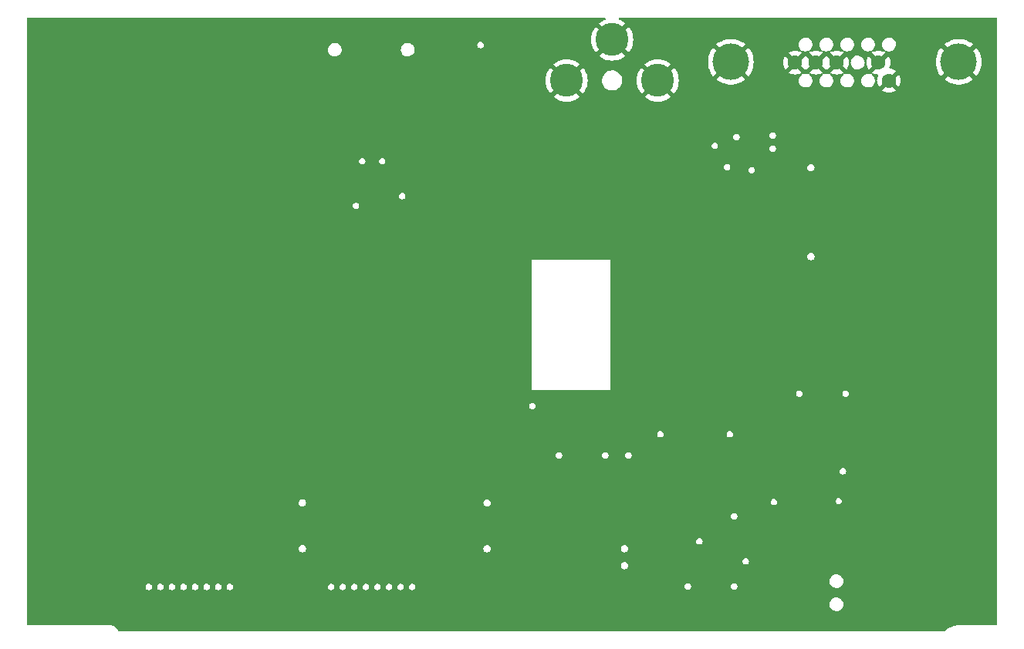
<source format=gbr>
%TF.GenerationSoftware,KiCad,Pcbnew,7.0.11*%
%TF.CreationDate,2024-04-16T11:56:58+02:00*%
%TF.ProjectId,kim-1-programmable-memory,6b696d2d-312d-4707-926f-6772616d6d61,rev?*%
%TF.SameCoordinates,Original*%
%TF.FileFunction,Copper,L2,Inr*%
%TF.FilePolarity,Positive*%
%FSLAX46Y46*%
G04 Gerber Fmt 4.6, Leading zero omitted, Abs format (unit mm)*
G04 Created by KiCad (PCBNEW 7.0.11) date 2024-04-16 11:56:58*
%MOMM*%
%LPD*%
G01*
G04 APERTURE LIST*
%TA.AperFunction,ComponentPad*%
%ADD10C,3.616000*%
%TD*%
%TA.AperFunction,ComponentPad*%
%ADD11C,4.000000*%
%TD*%
%TA.AperFunction,ComponentPad*%
%ADD12C,1.600000*%
%TD*%
%TA.AperFunction,ViaPad*%
%ADD13C,0.500000*%
%TD*%
%TA.AperFunction,ViaPad*%
%ADD14C,0.600000*%
%TD*%
%TA.AperFunction,ViaPad*%
%ADD15C,1.000000*%
%TD*%
%TA.AperFunction,ViaPad*%
%ADD16C,1.600000*%
%TD*%
G04 APERTURE END LIST*
D10*
%TO.N,GND*%
%TO.C,J4*%
X116040000Y-91342500D03*
X121040000Y-95842500D03*
X111040000Y-95842500D03*
%TD*%
D11*
%TO.N,GND*%
%TO.C,J3*%
X154065000Y-93800000D03*
X129065000Y-93800000D03*
D12*
X146410000Y-95850000D03*
X136105000Y-93870000D03*
X138395000Y-93870000D03*
X140685000Y-93870000D03*
X145265000Y-93870000D03*
%TD*%
D13*
%TO.N,GND*%
X131150000Y-154160000D03*
X125770000Y-154160000D03*
X153800000Y-153430000D03*
X100925000Y-118420000D03*
X100925000Y-133420000D03*
X156300000Y-103430000D03*
X146300000Y-103430000D03*
X116300000Y-103430000D03*
X106300000Y-93430000D03*
X106300000Y-103430000D03*
X85925000Y-133420000D03*
X76463909Y-133483909D03*
X66300000Y-153430000D03*
X66300000Y-143430000D03*
X66300000Y-133430000D03*
X56300000Y-153430000D03*
X56300000Y-143430000D03*
X56300000Y-133430000D03*
X76300000Y-123430000D03*
X66300000Y-123430000D03*
X56300000Y-123430000D03*
X86300000Y-113430000D03*
X76300000Y-113430000D03*
X56300000Y-113430000D03*
X66300000Y-103430000D03*
X56300000Y-103430000D03*
X76300000Y-93430000D03*
X66300000Y-93430000D03*
X56300000Y-93430000D03*
X127635545Y-105410883D03*
X132520000Y-105740000D03*
X133698909Y-102581091D03*
X129280000Y-101470000D03*
X127000000Y-102340000D03*
X101200000Y-92520000D03*
X87930000Y-104870000D03*
X92460000Y-108980000D03*
X87350000Y-110020000D03*
X107090000Y-130930000D03*
X141232864Y-142645797D03*
X136960000Y-129630000D03*
X141957841Y-129617703D03*
X109880000Y-137640000D03*
X114940000Y-136380000D03*
X117490000Y-136390000D03*
X120670658Y-134894901D03*
X133090000Y-142150000D03*
X128880000Y-143065958D03*
X129901078Y-148628896D03*
X124920000Y-146517500D03*
X129997570Y-151940000D03*
X124790000Y-151940000D03*
D14*
X126890000Y-148650000D03*
X151817500Y-110660000D03*
X151817500Y-115190000D03*
X139117500Y-110660000D03*
X139117500Y-115190000D03*
X126417500Y-110660000D03*
X126417500Y-115190000D03*
X114120000Y-114250000D03*
X113290000Y-114250000D03*
X124350000Y-97990000D03*
X124350000Y-100940000D03*
X136360000Y-104780000D03*
X82010000Y-92850000D03*
X79800000Y-92850000D03*
X97510000Y-92850000D03*
X95300000Y-92850000D03*
X97510000Y-102150000D03*
X95300000Y-102150000D03*
X101490000Y-95130000D03*
X83120000Y-102400000D03*
X80500000Y-102400000D03*
X91910000Y-104760000D03*
X91910000Y-102150000D03*
X86950000Y-107210000D03*
X86950000Y-105750000D03*
X151817500Y-130250000D03*
X151817500Y-134780000D03*
X139117500Y-130250000D03*
X139117500Y-134780000D03*
X126417500Y-134780000D03*
X126417500Y-130250000D03*
X113717500Y-134780000D03*
X113717500Y-130250000D03*
X62800000Y-139010000D03*
X65210000Y-142130000D03*
X103935000Y-142110000D03*
X103935000Y-139340000D03*
X131970000Y-148650000D03*
X139780000Y-144660000D03*
D15*
X147620000Y-145630000D03*
D14*
X85210000Y-139270000D03*
D13*
X74740000Y-151790000D03*
X68390000Y-151790000D03*
X85808909Y-151831091D03*
D14*
X141040000Y-137820000D03*
X65210000Y-139320000D03*
D16*
X148580000Y-154970000D03*
D13*
X92158909Y-151831091D03*
X87078909Y-151831091D03*
D14*
X82050000Y-137877500D03*
X123050000Y-139670000D03*
D13*
X69660000Y-151790000D03*
D15*
X144620000Y-149240000D03*
D13*
X94698909Y-151831091D03*
D14*
X146040000Y-141110000D03*
X61750000Y-137877500D03*
X120250000Y-150030000D03*
D13*
X73470000Y-151790000D03*
X72200000Y-151790000D03*
D14*
X130250000Y-139670000D03*
X146040000Y-142960000D03*
X132750000Y-139670000D03*
X125550000Y-139670000D03*
D13*
X67120000Y-151790000D03*
D14*
X63935000Y-148600000D03*
D13*
X88348909Y-151831091D03*
X93428909Y-151831091D03*
D14*
X95365000Y-151460000D03*
D13*
X65850000Y-151790000D03*
X75365000Y-148600000D03*
D15*
X150670000Y-145630000D03*
D14*
X119820000Y-145080000D03*
X63935000Y-151460000D03*
X146040000Y-136920000D03*
D13*
X90888909Y-151831091D03*
D15*
X143200000Y-150510000D03*
D13*
X75365000Y-151460000D03*
X89618909Y-151831091D03*
D14*
X146040000Y-138720000D03*
D13*
X70930000Y-151790000D03*
%TD*%
%TA.AperFunction,Conductor*%
%TO.N,GND*%
G36*
X115281306Y-88950185D02*
G01*
X115327061Y-89002989D01*
X115337005Y-89072147D01*
X115307980Y-89135703D01*
X115254126Y-89171919D01*
X115154876Y-89205609D01*
X115154855Y-89205618D01*
X114883531Y-89339420D01*
X114631958Y-89507516D01*
X114592859Y-89541804D01*
X114592859Y-89541806D01*
X115314527Y-90263473D01*
X115201184Y-90342838D01*
X115040338Y-90503684D01*
X114960974Y-90617027D01*
X114239306Y-89895359D01*
X114239304Y-89895359D01*
X114205016Y-89934458D01*
X114036920Y-90186031D01*
X113903118Y-90457355D01*
X113903109Y-90457376D01*
X113805862Y-90743855D01*
X113805859Y-90743869D01*
X113746838Y-91040588D01*
X113746834Y-91040615D01*
X113727048Y-91342492D01*
X113727048Y-91342507D01*
X113746834Y-91644384D01*
X113746838Y-91644411D01*
X113805859Y-91941130D01*
X113805862Y-91941144D01*
X113903109Y-92227623D01*
X113903118Y-92227644D01*
X114036920Y-92498968D01*
X114036925Y-92498975D01*
X114205009Y-92750534D01*
X114239305Y-92789640D01*
X114960973Y-92067971D01*
X115040338Y-92181316D01*
X115201184Y-92342162D01*
X115314526Y-92421525D01*
X114592858Y-93143193D01*
X114592859Y-93143194D01*
X114631965Y-93177489D01*
X114883524Y-93345574D01*
X114883531Y-93345579D01*
X115154855Y-93479381D01*
X115154876Y-93479390D01*
X115441355Y-93576637D01*
X115441369Y-93576640D01*
X115738088Y-93635661D01*
X115738115Y-93635665D01*
X116039993Y-93655452D01*
X116040007Y-93655452D01*
X116341884Y-93635665D01*
X116341911Y-93635661D01*
X116638630Y-93576640D01*
X116638644Y-93576637D01*
X116925123Y-93479390D01*
X116925144Y-93479381D01*
X117196468Y-93345579D01*
X117196475Y-93345574D01*
X117448028Y-93177493D01*
X117448039Y-93177485D01*
X117487139Y-93143194D01*
X117487139Y-93143193D01*
X116765472Y-92421525D01*
X116878816Y-92342162D01*
X117039662Y-92181316D01*
X117119026Y-92067972D01*
X117840693Y-92789639D01*
X117840694Y-92789639D01*
X117874985Y-92750539D01*
X117874993Y-92750528D01*
X118043074Y-92498975D01*
X118043079Y-92498968D01*
X118176881Y-92227644D01*
X118176890Y-92227623D01*
X118274137Y-91941144D01*
X118274140Y-91941130D01*
X118333161Y-91644411D01*
X118333165Y-91644384D01*
X118352952Y-91342507D01*
X118352952Y-91342492D01*
X118333165Y-91040615D01*
X118333161Y-91040588D01*
X118274140Y-90743869D01*
X118274137Y-90743855D01*
X118176890Y-90457376D01*
X118176881Y-90457355D01*
X118043079Y-90186031D01*
X118043074Y-90186024D01*
X117874989Y-89934465D01*
X117840694Y-89895359D01*
X117840693Y-89895358D01*
X117119025Y-90617026D01*
X117039662Y-90503684D01*
X116878816Y-90342838D01*
X116765472Y-90263473D01*
X117487140Y-89541805D01*
X117487140Y-89541804D01*
X117448034Y-89507509D01*
X117196475Y-89339425D01*
X117196468Y-89339420D01*
X116925144Y-89205618D01*
X116925123Y-89205609D01*
X116825874Y-89171919D01*
X116768720Y-89131730D01*
X116742367Y-89067021D01*
X116755181Y-88998336D01*
X116803095Y-88947483D01*
X116865733Y-88930500D01*
X158175500Y-88930500D01*
X158242539Y-88950185D01*
X158288294Y-89002989D01*
X158299500Y-89054500D01*
X158299500Y-155575500D01*
X158279815Y-155642539D01*
X158227011Y-155688294D01*
X158175500Y-155699500D01*
X153858872Y-155699500D01*
X153627990Y-155729898D01*
X153598884Y-155733730D01*
X153398091Y-155787532D01*
X153345581Y-155801602D01*
X153345571Y-155801605D01*
X153103309Y-155901953D01*
X153103299Y-155901958D01*
X152876201Y-156033072D01*
X152668148Y-156192718D01*
X152557784Y-156303082D01*
X152496461Y-156336566D01*
X152470091Y-156339400D01*
X61973820Y-156331007D01*
X61906783Y-156311316D01*
X61866445Y-156269008D01*
X61782692Y-156123945D01*
X61782691Y-156123943D01*
X61782690Y-156123942D01*
X61670163Y-155989836D01*
X61536057Y-155877309D01*
X61384446Y-155789775D01*
X61219937Y-155729898D01*
X61047534Y-155699500D01*
X61047532Y-155699500D01*
X60995799Y-155699500D01*
X51924500Y-155699500D01*
X51857461Y-155679815D01*
X51811706Y-155627011D01*
X51800500Y-155575500D01*
X51800500Y-153423933D01*
X139895668Y-153423933D01*
X139911058Y-153511210D01*
X139926135Y-153596711D01*
X139995623Y-153757804D01*
X139995624Y-153757806D01*
X139995626Y-153757809D01*
X140050278Y-153831218D01*
X140100390Y-153898530D01*
X140234786Y-154011302D01*
X140312488Y-154050325D01*
X140391562Y-154090038D01*
X140391563Y-154090038D01*
X140391567Y-154090040D01*
X140562279Y-154130500D01*
X140562282Y-154130500D01*
X140693701Y-154130500D01*
X140693709Y-154130500D01*
X140824255Y-154115241D01*
X140989117Y-154055237D01*
X141135696Y-153958830D01*
X141256092Y-153831218D01*
X141343812Y-153679281D01*
X141394130Y-153511210D01*
X141404331Y-153336065D01*
X141373865Y-153163289D01*
X141304377Y-153002196D01*
X141199610Y-152861470D01*
X141127747Y-152801170D01*
X141065214Y-152748698D01*
X141065212Y-152748697D01*
X140908437Y-152669961D01*
X140908433Y-152669960D01*
X140737721Y-152629500D01*
X140606291Y-152629500D01*
X140501854Y-152641707D01*
X140475743Y-152644759D01*
X140475740Y-152644760D01*
X140310884Y-152704762D01*
X140310880Y-152704764D01*
X140164306Y-152801167D01*
X140164305Y-152801168D01*
X140043910Y-152928778D01*
X139956188Y-153080718D01*
X139905870Y-153248789D01*
X139905869Y-153248794D01*
X139895668Y-153423933D01*
X51800500Y-153423933D01*
X51800500Y-151460002D01*
X64850131Y-151460002D01*
X64867498Y-151569658D01*
X64917904Y-151668585D01*
X64917909Y-151668592D01*
X64996407Y-151747090D01*
X64996410Y-151747092D01*
X64996413Y-151747095D01*
X65095339Y-151797500D01*
X65095341Y-151797501D01*
X65204998Y-151814869D01*
X65205000Y-151814869D01*
X65205002Y-151814869D01*
X65314658Y-151797501D01*
X65314659Y-151797500D01*
X65314661Y-151797500D01*
X65413587Y-151747095D01*
X65492095Y-151668587D01*
X65542500Y-151569661D01*
X65542500Y-151569659D01*
X65542501Y-151569658D01*
X65559869Y-151460002D01*
X66120131Y-151460002D01*
X66137498Y-151569658D01*
X66187904Y-151668585D01*
X66187909Y-151668592D01*
X66266407Y-151747090D01*
X66266410Y-151747092D01*
X66266413Y-151747095D01*
X66365339Y-151797500D01*
X66365341Y-151797501D01*
X66474998Y-151814869D01*
X66475000Y-151814869D01*
X66475002Y-151814869D01*
X66584658Y-151797501D01*
X66584659Y-151797500D01*
X66584661Y-151797500D01*
X66683587Y-151747095D01*
X66762095Y-151668587D01*
X66812500Y-151569661D01*
X66812500Y-151569659D01*
X66812501Y-151569658D01*
X66829869Y-151460002D01*
X67390131Y-151460002D01*
X67407498Y-151569658D01*
X67457904Y-151668585D01*
X67457909Y-151668592D01*
X67536407Y-151747090D01*
X67536410Y-151747092D01*
X67536413Y-151747095D01*
X67635339Y-151797500D01*
X67635341Y-151797501D01*
X67744998Y-151814869D01*
X67745000Y-151814869D01*
X67745002Y-151814869D01*
X67854658Y-151797501D01*
X67854659Y-151797500D01*
X67854661Y-151797500D01*
X67953587Y-151747095D01*
X68032095Y-151668587D01*
X68082500Y-151569661D01*
X68082500Y-151569659D01*
X68082501Y-151569658D01*
X68099869Y-151460002D01*
X68660131Y-151460002D01*
X68677498Y-151569658D01*
X68727904Y-151668585D01*
X68727909Y-151668592D01*
X68806407Y-151747090D01*
X68806410Y-151747092D01*
X68806413Y-151747095D01*
X68905339Y-151797500D01*
X68905341Y-151797501D01*
X69014998Y-151814869D01*
X69015000Y-151814869D01*
X69015002Y-151814869D01*
X69124658Y-151797501D01*
X69124659Y-151797500D01*
X69124661Y-151797500D01*
X69223587Y-151747095D01*
X69302095Y-151668587D01*
X69352500Y-151569661D01*
X69352500Y-151569659D01*
X69352501Y-151569658D01*
X69369869Y-151460002D01*
X69930131Y-151460002D01*
X69947498Y-151569658D01*
X69997904Y-151668585D01*
X69997909Y-151668592D01*
X70076407Y-151747090D01*
X70076410Y-151747092D01*
X70076413Y-151747095D01*
X70175339Y-151797500D01*
X70175341Y-151797501D01*
X70284998Y-151814869D01*
X70285000Y-151814869D01*
X70285002Y-151814869D01*
X70394658Y-151797501D01*
X70394659Y-151797500D01*
X70394661Y-151797500D01*
X70493587Y-151747095D01*
X70572095Y-151668587D01*
X70622500Y-151569661D01*
X70622500Y-151569659D01*
X70622501Y-151569658D01*
X70639869Y-151460002D01*
X71200131Y-151460002D01*
X71217498Y-151569658D01*
X71267904Y-151668585D01*
X71267909Y-151668592D01*
X71346407Y-151747090D01*
X71346410Y-151747092D01*
X71346413Y-151747095D01*
X71445339Y-151797500D01*
X71445341Y-151797501D01*
X71554998Y-151814869D01*
X71555000Y-151814869D01*
X71555002Y-151814869D01*
X71664658Y-151797501D01*
X71664659Y-151797500D01*
X71664661Y-151797500D01*
X71763587Y-151747095D01*
X71842095Y-151668587D01*
X71892500Y-151569661D01*
X71892500Y-151569659D01*
X71892501Y-151569658D01*
X71909869Y-151460002D01*
X72470131Y-151460002D01*
X72487498Y-151569658D01*
X72537904Y-151668585D01*
X72537909Y-151668592D01*
X72616407Y-151747090D01*
X72616410Y-151747092D01*
X72616413Y-151747095D01*
X72715339Y-151797500D01*
X72715341Y-151797501D01*
X72824998Y-151814869D01*
X72825000Y-151814869D01*
X72825002Y-151814869D01*
X72934658Y-151797501D01*
X72934659Y-151797500D01*
X72934661Y-151797500D01*
X73033587Y-151747095D01*
X73112095Y-151668587D01*
X73162500Y-151569661D01*
X73162500Y-151569659D01*
X73162501Y-151569658D01*
X73179869Y-151460002D01*
X73740131Y-151460002D01*
X73757498Y-151569658D01*
X73807904Y-151668585D01*
X73807909Y-151668592D01*
X73886407Y-151747090D01*
X73886410Y-151747092D01*
X73886413Y-151747095D01*
X73985339Y-151797500D01*
X73985341Y-151797501D01*
X74094998Y-151814869D01*
X74095000Y-151814869D01*
X74095002Y-151814869D01*
X74204658Y-151797501D01*
X74204659Y-151797500D01*
X74204661Y-151797500D01*
X74303587Y-151747095D01*
X74382095Y-151668587D01*
X74432500Y-151569661D01*
X74432500Y-151569659D01*
X74432501Y-151569658D01*
X74449869Y-151460002D01*
X84850131Y-151460002D01*
X84867498Y-151569658D01*
X84917904Y-151668585D01*
X84917909Y-151668592D01*
X84996407Y-151747090D01*
X84996410Y-151747092D01*
X84996413Y-151747095D01*
X85095339Y-151797500D01*
X85095341Y-151797501D01*
X85204998Y-151814869D01*
X85205000Y-151814869D01*
X85205002Y-151814869D01*
X85314658Y-151797501D01*
X85314659Y-151797500D01*
X85314661Y-151797500D01*
X85413587Y-151747095D01*
X85492095Y-151668587D01*
X85542500Y-151569661D01*
X85542500Y-151569659D01*
X85542501Y-151569658D01*
X85559869Y-151460002D01*
X86120131Y-151460002D01*
X86137498Y-151569658D01*
X86187904Y-151668585D01*
X86187909Y-151668592D01*
X86266407Y-151747090D01*
X86266410Y-151747092D01*
X86266413Y-151747095D01*
X86365339Y-151797500D01*
X86365341Y-151797501D01*
X86474998Y-151814869D01*
X86475000Y-151814869D01*
X86475002Y-151814869D01*
X86584658Y-151797501D01*
X86584659Y-151797500D01*
X86584661Y-151797500D01*
X86683587Y-151747095D01*
X86762095Y-151668587D01*
X86812500Y-151569661D01*
X86812500Y-151569659D01*
X86812501Y-151569658D01*
X86829869Y-151460002D01*
X87390131Y-151460002D01*
X87407498Y-151569658D01*
X87457904Y-151668585D01*
X87457909Y-151668592D01*
X87536407Y-151747090D01*
X87536410Y-151747092D01*
X87536413Y-151747095D01*
X87635339Y-151797500D01*
X87635341Y-151797501D01*
X87744998Y-151814869D01*
X87745000Y-151814869D01*
X87745002Y-151814869D01*
X87854658Y-151797501D01*
X87854659Y-151797500D01*
X87854661Y-151797500D01*
X87953587Y-151747095D01*
X88032095Y-151668587D01*
X88082500Y-151569661D01*
X88082500Y-151569659D01*
X88082501Y-151569658D01*
X88099869Y-151460002D01*
X88660131Y-151460002D01*
X88677498Y-151569658D01*
X88727904Y-151668585D01*
X88727909Y-151668592D01*
X88806407Y-151747090D01*
X88806410Y-151747092D01*
X88806413Y-151747095D01*
X88905339Y-151797500D01*
X88905341Y-151797501D01*
X89014998Y-151814869D01*
X89015000Y-151814869D01*
X89015002Y-151814869D01*
X89124658Y-151797501D01*
X89124659Y-151797500D01*
X89124661Y-151797500D01*
X89223587Y-151747095D01*
X89302095Y-151668587D01*
X89352500Y-151569661D01*
X89352500Y-151569659D01*
X89352501Y-151569658D01*
X89369869Y-151460002D01*
X89930131Y-151460002D01*
X89947498Y-151569658D01*
X89997904Y-151668585D01*
X89997909Y-151668592D01*
X90076407Y-151747090D01*
X90076410Y-151747092D01*
X90076413Y-151747095D01*
X90175339Y-151797500D01*
X90175341Y-151797501D01*
X90284998Y-151814869D01*
X90285000Y-151814869D01*
X90285002Y-151814869D01*
X90394658Y-151797501D01*
X90394659Y-151797500D01*
X90394661Y-151797500D01*
X90493587Y-151747095D01*
X90572095Y-151668587D01*
X90622500Y-151569661D01*
X90622500Y-151569659D01*
X90622501Y-151569658D01*
X90639869Y-151460002D01*
X91200131Y-151460002D01*
X91217498Y-151569658D01*
X91267904Y-151668585D01*
X91267909Y-151668592D01*
X91346407Y-151747090D01*
X91346410Y-151747092D01*
X91346413Y-151747095D01*
X91445339Y-151797500D01*
X91445341Y-151797501D01*
X91554998Y-151814869D01*
X91555000Y-151814869D01*
X91555002Y-151814869D01*
X91664658Y-151797501D01*
X91664659Y-151797500D01*
X91664661Y-151797500D01*
X91763587Y-151747095D01*
X91842095Y-151668587D01*
X91892500Y-151569661D01*
X91892500Y-151569659D01*
X91892501Y-151569658D01*
X91909869Y-151460002D01*
X92470131Y-151460002D01*
X92487498Y-151569658D01*
X92537904Y-151668585D01*
X92537909Y-151668592D01*
X92616407Y-151747090D01*
X92616410Y-151747092D01*
X92616413Y-151747095D01*
X92715339Y-151797500D01*
X92715341Y-151797501D01*
X92824998Y-151814869D01*
X92825000Y-151814869D01*
X92825002Y-151814869D01*
X92934658Y-151797501D01*
X92934659Y-151797500D01*
X92934661Y-151797500D01*
X93033587Y-151747095D01*
X93112095Y-151668587D01*
X93162500Y-151569661D01*
X93162500Y-151569659D01*
X93162501Y-151569658D01*
X93179869Y-151460002D01*
X93740131Y-151460002D01*
X93757498Y-151569658D01*
X93807904Y-151668585D01*
X93807909Y-151668592D01*
X93886407Y-151747090D01*
X93886410Y-151747092D01*
X93886413Y-151747095D01*
X93985339Y-151797500D01*
X93985341Y-151797501D01*
X94094998Y-151814869D01*
X94095000Y-151814869D01*
X94095002Y-151814869D01*
X94204658Y-151797501D01*
X94204659Y-151797500D01*
X94204661Y-151797500D01*
X94303587Y-151747095D01*
X94382095Y-151668587D01*
X94432500Y-151569661D01*
X94432500Y-151569659D01*
X94432501Y-151569658D01*
X94449869Y-151460002D01*
X94449869Y-151459997D01*
X94438783Y-151390002D01*
X123995131Y-151390002D01*
X124012498Y-151499658D01*
X124062904Y-151598585D01*
X124062909Y-151598592D01*
X124141407Y-151677090D01*
X124141410Y-151677092D01*
X124141413Y-151677095D01*
X124240339Y-151727500D01*
X124240341Y-151727501D01*
X124349998Y-151744869D01*
X124350000Y-151744869D01*
X124350002Y-151744869D01*
X124459658Y-151727501D01*
X124459659Y-151727500D01*
X124459661Y-151727500D01*
X124558587Y-151677095D01*
X124637095Y-151598587D01*
X124687500Y-151499661D01*
X124687500Y-151499659D01*
X124687501Y-151499658D01*
X124704869Y-151390002D01*
X129075131Y-151390002D01*
X129092498Y-151499658D01*
X129142904Y-151598585D01*
X129142909Y-151598592D01*
X129221407Y-151677090D01*
X129221410Y-151677092D01*
X129221413Y-151677095D01*
X129320339Y-151727500D01*
X129320341Y-151727501D01*
X129429998Y-151744869D01*
X129430000Y-151744869D01*
X129430002Y-151744869D01*
X129539658Y-151727501D01*
X129539659Y-151727500D01*
X129539661Y-151727500D01*
X129638587Y-151677095D01*
X129717095Y-151598587D01*
X129767500Y-151499661D01*
X129767500Y-151499659D01*
X129767501Y-151499658D01*
X129784869Y-151390002D01*
X129784869Y-151389997D01*
X129767501Y-151280341D01*
X129752762Y-151251414D01*
X129717095Y-151181413D01*
X129717092Y-151181410D01*
X129717090Y-151181407D01*
X129638592Y-151102909D01*
X129638588Y-151102906D01*
X129638587Y-151102905D01*
X129547926Y-151056711D01*
X129539658Y-151052498D01*
X129430002Y-151035131D01*
X129429998Y-151035131D01*
X129320341Y-151052498D01*
X129221414Y-151102904D01*
X129221407Y-151102909D01*
X129142909Y-151181407D01*
X129142904Y-151181414D01*
X129092498Y-151280341D01*
X129075131Y-151389997D01*
X129075131Y-151390002D01*
X124704869Y-151390002D01*
X124704869Y-151389997D01*
X124687501Y-151280341D01*
X124672762Y-151251414D01*
X124637095Y-151181413D01*
X124637092Y-151181410D01*
X124637090Y-151181407D01*
X124558592Y-151102909D01*
X124558588Y-151102906D01*
X124558587Y-151102905D01*
X124467926Y-151056711D01*
X124459658Y-151052498D01*
X124350002Y-151035131D01*
X124349998Y-151035131D01*
X124240341Y-151052498D01*
X124141414Y-151102904D01*
X124141407Y-151102909D01*
X124062909Y-151181407D01*
X124062904Y-151181414D01*
X124012498Y-151280341D01*
X123995131Y-151389997D01*
X123995131Y-151390002D01*
X94438783Y-151390002D01*
X94432501Y-151350341D01*
X94402378Y-151291221D01*
X94382095Y-151251413D01*
X94382092Y-151251410D01*
X94382090Y-151251407D01*
X94303592Y-151172909D01*
X94303588Y-151172906D01*
X94303587Y-151172905D01*
X94237596Y-151139281D01*
X94204658Y-151122498D01*
X94095002Y-151105131D01*
X94094998Y-151105131D01*
X93985341Y-151122498D01*
X93886414Y-151172904D01*
X93886407Y-151172909D01*
X93807909Y-151251407D01*
X93807904Y-151251414D01*
X93757498Y-151350341D01*
X93740131Y-151459997D01*
X93740131Y-151460002D01*
X93179869Y-151460002D01*
X93179869Y-151459997D01*
X93162501Y-151350341D01*
X93132378Y-151291221D01*
X93112095Y-151251413D01*
X93112092Y-151251410D01*
X93112090Y-151251407D01*
X93033592Y-151172909D01*
X93033588Y-151172906D01*
X93033587Y-151172905D01*
X92967596Y-151139281D01*
X92934658Y-151122498D01*
X92825002Y-151105131D01*
X92824998Y-151105131D01*
X92715341Y-151122498D01*
X92616414Y-151172904D01*
X92616407Y-151172909D01*
X92537909Y-151251407D01*
X92537904Y-151251414D01*
X92487498Y-151350341D01*
X92470131Y-151459997D01*
X92470131Y-151460002D01*
X91909869Y-151460002D01*
X91909869Y-151459997D01*
X91892501Y-151350341D01*
X91862378Y-151291221D01*
X91842095Y-151251413D01*
X91842092Y-151251410D01*
X91842090Y-151251407D01*
X91763592Y-151172909D01*
X91763588Y-151172906D01*
X91763587Y-151172905D01*
X91697596Y-151139281D01*
X91664658Y-151122498D01*
X91555002Y-151105131D01*
X91554998Y-151105131D01*
X91445341Y-151122498D01*
X91346414Y-151172904D01*
X91346407Y-151172909D01*
X91267909Y-151251407D01*
X91267904Y-151251414D01*
X91217498Y-151350341D01*
X91200131Y-151459997D01*
X91200131Y-151460002D01*
X90639869Y-151460002D01*
X90639869Y-151459997D01*
X90622501Y-151350341D01*
X90592378Y-151291221D01*
X90572095Y-151251413D01*
X90572092Y-151251410D01*
X90572090Y-151251407D01*
X90493592Y-151172909D01*
X90493588Y-151172906D01*
X90493587Y-151172905D01*
X90427596Y-151139281D01*
X90394658Y-151122498D01*
X90285002Y-151105131D01*
X90284998Y-151105131D01*
X90175341Y-151122498D01*
X90076414Y-151172904D01*
X90076407Y-151172909D01*
X89997909Y-151251407D01*
X89997904Y-151251414D01*
X89947498Y-151350341D01*
X89930131Y-151459997D01*
X89930131Y-151460002D01*
X89369869Y-151460002D01*
X89369869Y-151459997D01*
X89352501Y-151350341D01*
X89322378Y-151291221D01*
X89302095Y-151251413D01*
X89302092Y-151251410D01*
X89302090Y-151251407D01*
X89223592Y-151172909D01*
X89223588Y-151172906D01*
X89223587Y-151172905D01*
X89157596Y-151139281D01*
X89124658Y-151122498D01*
X89015002Y-151105131D01*
X89014998Y-151105131D01*
X88905341Y-151122498D01*
X88806414Y-151172904D01*
X88806407Y-151172909D01*
X88727909Y-151251407D01*
X88727904Y-151251414D01*
X88677498Y-151350341D01*
X88660131Y-151459997D01*
X88660131Y-151460002D01*
X88099869Y-151460002D01*
X88099869Y-151459997D01*
X88082501Y-151350341D01*
X88052378Y-151291221D01*
X88032095Y-151251413D01*
X88032092Y-151251410D01*
X88032090Y-151251407D01*
X87953592Y-151172909D01*
X87953588Y-151172906D01*
X87953587Y-151172905D01*
X87887596Y-151139281D01*
X87854658Y-151122498D01*
X87745002Y-151105131D01*
X87744998Y-151105131D01*
X87635341Y-151122498D01*
X87536414Y-151172904D01*
X87536407Y-151172909D01*
X87457909Y-151251407D01*
X87457904Y-151251414D01*
X87407498Y-151350341D01*
X87390131Y-151459997D01*
X87390131Y-151460002D01*
X86829869Y-151460002D01*
X86829869Y-151459997D01*
X86812501Y-151350341D01*
X86782378Y-151291221D01*
X86762095Y-151251413D01*
X86762092Y-151251410D01*
X86762090Y-151251407D01*
X86683592Y-151172909D01*
X86683588Y-151172906D01*
X86683587Y-151172905D01*
X86617596Y-151139281D01*
X86584658Y-151122498D01*
X86475002Y-151105131D01*
X86474998Y-151105131D01*
X86365341Y-151122498D01*
X86266414Y-151172904D01*
X86266407Y-151172909D01*
X86187909Y-151251407D01*
X86187904Y-151251414D01*
X86137498Y-151350341D01*
X86120131Y-151459997D01*
X86120131Y-151460002D01*
X85559869Y-151460002D01*
X85559869Y-151459997D01*
X85542501Y-151350341D01*
X85512378Y-151291221D01*
X85492095Y-151251413D01*
X85492092Y-151251410D01*
X85492090Y-151251407D01*
X85413592Y-151172909D01*
X85413588Y-151172906D01*
X85413587Y-151172905D01*
X85347596Y-151139281D01*
X85314658Y-151122498D01*
X85205002Y-151105131D01*
X85204998Y-151105131D01*
X85095341Y-151122498D01*
X84996414Y-151172904D01*
X84996407Y-151172909D01*
X84917909Y-151251407D01*
X84917904Y-151251414D01*
X84867498Y-151350341D01*
X84850131Y-151459997D01*
X84850131Y-151460002D01*
X74449869Y-151460002D01*
X74449869Y-151459997D01*
X74432501Y-151350341D01*
X74402378Y-151291221D01*
X74382095Y-151251413D01*
X74382092Y-151251410D01*
X74382090Y-151251407D01*
X74303592Y-151172909D01*
X74303588Y-151172906D01*
X74303587Y-151172905D01*
X74237596Y-151139281D01*
X74204658Y-151122498D01*
X74095002Y-151105131D01*
X74094998Y-151105131D01*
X73985341Y-151122498D01*
X73886414Y-151172904D01*
X73886407Y-151172909D01*
X73807909Y-151251407D01*
X73807904Y-151251414D01*
X73757498Y-151350341D01*
X73740131Y-151459997D01*
X73740131Y-151460002D01*
X73179869Y-151460002D01*
X73179869Y-151459997D01*
X73162501Y-151350341D01*
X73132378Y-151291221D01*
X73112095Y-151251413D01*
X73112092Y-151251410D01*
X73112090Y-151251407D01*
X73033592Y-151172909D01*
X73033588Y-151172906D01*
X73033587Y-151172905D01*
X72967596Y-151139281D01*
X72934658Y-151122498D01*
X72825002Y-151105131D01*
X72824998Y-151105131D01*
X72715341Y-151122498D01*
X72616414Y-151172904D01*
X72616407Y-151172909D01*
X72537909Y-151251407D01*
X72537904Y-151251414D01*
X72487498Y-151350341D01*
X72470131Y-151459997D01*
X72470131Y-151460002D01*
X71909869Y-151460002D01*
X71909869Y-151459997D01*
X71892501Y-151350341D01*
X71862378Y-151291221D01*
X71842095Y-151251413D01*
X71842092Y-151251410D01*
X71842090Y-151251407D01*
X71763592Y-151172909D01*
X71763588Y-151172906D01*
X71763587Y-151172905D01*
X71697596Y-151139281D01*
X71664658Y-151122498D01*
X71555002Y-151105131D01*
X71554998Y-151105131D01*
X71445341Y-151122498D01*
X71346414Y-151172904D01*
X71346407Y-151172909D01*
X71267909Y-151251407D01*
X71267904Y-151251414D01*
X71217498Y-151350341D01*
X71200131Y-151459997D01*
X71200131Y-151460002D01*
X70639869Y-151460002D01*
X70639869Y-151459997D01*
X70622501Y-151350341D01*
X70592378Y-151291221D01*
X70572095Y-151251413D01*
X70572092Y-151251410D01*
X70572090Y-151251407D01*
X70493592Y-151172909D01*
X70493588Y-151172906D01*
X70493587Y-151172905D01*
X70427596Y-151139281D01*
X70394658Y-151122498D01*
X70285002Y-151105131D01*
X70284998Y-151105131D01*
X70175341Y-151122498D01*
X70076414Y-151172904D01*
X70076407Y-151172909D01*
X69997909Y-151251407D01*
X69997904Y-151251414D01*
X69947498Y-151350341D01*
X69930131Y-151459997D01*
X69930131Y-151460002D01*
X69369869Y-151460002D01*
X69369869Y-151459997D01*
X69352501Y-151350341D01*
X69322378Y-151291221D01*
X69302095Y-151251413D01*
X69302092Y-151251410D01*
X69302090Y-151251407D01*
X69223592Y-151172909D01*
X69223588Y-151172906D01*
X69223587Y-151172905D01*
X69157596Y-151139281D01*
X69124658Y-151122498D01*
X69015002Y-151105131D01*
X69014998Y-151105131D01*
X68905341Y-151122498D01*
X68806414Y-151172904D01*
X68806407Y-151172909D01*
X68727909Y-151251407D01*
X68727904Y-151251414D01*
X68677498Y-151350341D01*
X68660131Y-151459997D01*
X68660131Y-151460002D01*
X68099869Y-151460002D01*
X68099869Y-151459997D01*
X68082501Y-151350341D01*
X68052378Y-151291221D01*
X68032095Y-151251413D01*
X68032092Y-151251410D01*
X68032090Y-151251407D01*
X67953592Y-151172909D01*
X67953588Y-151172906D01*
X67953587Y-151172905D01*
X67887596Y-151139281D01*
X67854658Y-151122498D01*
X67745002Y-151105131D01*
X67744998Y-151105131D01*
X67635341Y-151122498D01*
X67536414Y-151172904D01*
X67536407Y-151172909D01*
X67457909Y-151251407D01*
X67457904Y-151251414D01*
X67407498Y-151350341D01*
X67390131Y-151459997D01*
X67390131Y-151460002D01*
X66829869Y-151460002D01*
X66829869Y-151459997D01*
X66812501Y-151350341D01*
X66782378Y-151291221D01*
X66762095Y-151251413D01*
X66762092Y-151251410D01*
X66762090Y-151251407D01*
X66683592Y-151172909D01*
X66683588Y-151172906D01*
X66683587Y-151172905D01*
X66617596Y-151139281D01*
X66584658Y-151122498D01*
X66475002Y-151105131D01*
X66474998Y-151105131D01*
X66365341Y-151122498D01*
X66266414Y-151172904D01*
X66266407Y-151172909D01*
X66187909Y-151251407D01*
X66187904Y-151251414D01*
X66137498Y-151350341D01*
X66120131Y-151459997D01*
X66120131Y-151460002D01*
X65559869Y-151460002D01*
X65559869Y-151459997D01*
X65542501Y-151350341D01*
X65512378Y-151291221D01*
X65492095Y-151251413D01*
X65492092Y-151251410D01*
X65492090Y-151251407D01*
X65413592Y-151172909D01*
X65413588Y-151172906D01*
X65413587Y-151172905D01*
X65347596Y-151139281D01*
X65314658Y-151122498D01*
X65205002Y-151105131D01*
X65204998Y-151105131D01*
X65095341Y-151122498D01*
X64996414Y-151172904D01*
X64996407Y-151172909D01*
X64917909Y-151251407D01*
X64917904Y-151251414D01*
X64867498Y-151350341D01*
X64850131Y-151459997D01*
X64850131Y-151460002D01*
X51800500Y-151460002D01*
X51800500Y-150883933D01*
X139895668Y-150883933D01*
X139911058Y-150971210D01*
X139926135Y-151056711D01*
X139995623Y-151217804D01*
X139995624Y-151217806D01*
X139995626Y-151217809D01*
X140042180Y-151280341D01*
X140100390Y-151358530D01*
X140234786Y-151471302D01*
X140291248Y-151499658D01*
X140391562Y-151550038D01*
X140391563Y-151550038D01*
X140391567Y-151550040D01*
X140562279Y-151590500D01*
X140562282Y-151590500D01*
X140693701Y-151590500D01*
X140693709Y-151590500D01*
X140824255Y-151575241D01*
X140989117Y-151515237D01*
X141135696Y-151418830D01*
X141256092Y-151291218D01*
X141343812Y-151139281D01*
X141394130Y-150971210D01*
X141404331Y-150796065D01*
X141373865Y-150623289D01*
X141304377Y-150462196D01*
X141199610Y-150321470D01*
X141127747Y-150261170D01*
X141065214Y-150208698D01*
X141065212Y-150208697D01*
X140908437Y-150129961D01*
X140908433Y-150129960D01*
X140737721Y-150089500D01*
X140606291Y-150089500D01*
X140501854Y-150101707D01*
X140475743Y-150104759D01*
X140475740Y-150104760D01*
X140310884Y-150164762D01*
X140310880Y-150164764D01*
X140164306Y-150261167D01*
X140164305Y-150261168D01*
X140043910Y-150388778D01*
X139956188Y-150540718D01*
X139905870Y-150708789D01*
X139905869Y-150708794D01*
X139895668Y-150883933D01*
X51800500Y-150883933D01*
X51800500Y-149130003D01*
X116994508Y-149130003D01*
X117014352Y-149255300D01*
X117014352Y-149255301D01*
X117014354Y-149255304D01*
X117071950Y-149368342D01*
X117071952Y-149368344D01*
X117071954Y-149368347D01*
X117161652Y-149458045D01*
X117161654Y-149458046D01*
X117161658Y-149458050D01*
X117274696Y-149515646D01*
X117274697Y-149515646D01*
X117274699Y-149515647D01*
X117399997Y-149535492D01*
X117400000Y-149535492D01*
X117400003Y-149535492D01*
X117525300Y-149515647D01*
X117525301Y-149515647D01*
X117525302Y-149515646D01*
X117525304Y-149515646D01*
X117638342Y-149458050D01*
X117728050Y-149368342D01*
X117785646Y-149255304D01*
X117785646Y-149255302D01*
X117785647Y-149255301D01*
X117785647Y-149255300D01*
X117805492Y-149130003D01*
X117805492Y-149129996D01*
X117785647Y-149004699D01*
X117785647Y-149004698D01*
X117785646Y-149004696D01*
X117728050Y-148891658D01*
X117728046Y-148891654D01*
X117728045Y-148891652D01*
X117638347Y-148801954D01*
X117638344Y-148801952D01*
X117638342Y-148801950D01*
X117525304Y-148744354D01*
X117525303Y-148744353D01*
X117525300Y-148744352D01*
X117400003Y-148724508D01*
X117399997Y-148724508D01*
X117274699Y-148744352D01*
X117274698Y-148744352D01*
X117199337Y-148782751D01*
X117161658Y-148801950D01*
X117161657Y-148801951D01*
X117161652Y-148801954D01*
X117071954Y-148891652D01*
X117071951Y-148891657D01*
X117014352Y-149004698D01*
X117014352Y-149004699D01*
X116994508Y-149129996D01*
X116994508Y-149130003D01*
X51800500Y-149130003D01*
X51800500Y-148650002D01*
X130345131Y-148650002D01*
X130362498Y-148759658D01*
X130412904Y-148858585D01*
X130412909Y-148858592D01*
X130491407Y-148937090D01*
X130491410Y-148937092D01*
X130491413Y-148937095D01*
X130590339Y-148987500D01*
X130590341Y-148987501D01*
X130699998Y-149004869D01*
X130700000Y-149004869D01*
X130700002Y-149004869D01*
X130809658Y-148987501D01*
X130809659Y-148987500D01*
X130809661Y-148987500D01*
X130908587Y-148937095D01*
X130987095Y-148858587D01*
X131037500Y-148759661D01*
X131037500Y-148759659D01*
X131037501Y-148759658D01*
X131054869Y-148650002D01*
X131054869Y-148649997D01*
X131037501Y-148540341D01*
X131037500Y-148540339D01*
X130987095Y-148441413D01*
X130987092Y-148441410D01*
X130987090Y-148441407D01*
X130908592Y-148362909D01*
X130908588Y-148362906D01*
X130908587Y-148362905D01*
X130904743Y-148360946D01*
X130809658Y-148312498D01*
X130700002Y-148295131D01*
X130699998Y-148295131D01*
X130590341Y-148312498D01*
X130491414Y-148362904D01*
X130491407Y-148362909D01*
X130412909Y-148441407D01*
X130412904Y-148441414D01*
X130362498Y-148540341D01*
X130345131Y-148649997D01*
X130345131Y-148650002D01*
X51800500Y-148650002D01*
X51800500Y-147260003D01*
X81644508Y-147260003D01*
X81664352Y-147385300D01*
X81664352Y-147385301D01*
X81664354Y-147385304D01*
X81721950Y-147498342D01*
X81721952Y-147498344D01*
X81721954Y-147498347D01*
X81811652Y-147588045D01*
X81811654Y-147588046D01*
X81811658Y-147588050D01*
X81924696Y-147645646D01*
X81924697Y-147645646D01*
X81924699Y-147645647D01*
X82049997Y-147665492D01*
X82050000Y-147665492D01*
X82050003Y-147665492D01*
X82175300Y-147645647D01*
X82175301Y-147645647D01*
X82175302Y-147645646D01*
X82175304Y-147645646D01*
X82288342Y-147588050D01*
X82378050Y-147498342D01*
X82435646Y-147385304D01*
X82435646Y-147385302D01*
X82435647Y-147385301D01*
X82435647Y-147385300D01*
X82455492Y-147260003D01*
X101904508Y-147260003D01*
X101924352Y-147385300D01*
X101924352Y-147385301D01*
X101924354Y-147385304D01*
X101981950Y-147498342D01*
X101981952Y-147498344D01*
X101981954Y-147498347D01*
X102071652Y-147588045D01*
X102071654Y-147588046D01*
X102071658Y-147588050D01*
X102184696Y-147645646D01*
X102184697Y-147645646D01*
X102184699Y-147645647D01*
X102309997Y-147665492D01*
X102310000Y-147665492D01*
X102310003Y-147665492D01*
X102435300Y-147645647D01*
X102435301Y-147645647D01*
X102435302Y-147645646D01*
X102435304Y-147645646D01*
X102548342Y-147588050D01*
X102638050Y-147498342D01*
X102695646Y-147385304D01*
X102695646Y-147385302D01*
X102695647Y-147385301D01*
X102695647Y-147385300D01*
X102715492Y-147260003D01*
X116994508Y-147260003D01*
X117014352Y-147385300D01*
X117014352Y-147385301D01*
X117014354Y-147385304D01*
X117071950Y-147498342D01*
X117071952Y-147498344D01*
X117071954Y-147498347D01*
X117161652Y-147588045D01*
X117161654Y-147588046D01*
X117161658Y-147588050D01*
X117274696Y-147645646D01*
X117274697Y-147645646D01*
X117274699Y-147645647D01*
X117399997Y-147665492D01*
X117400000Y-147665492D01*
X117400003Y-147665492D01*
X117525300Y-147645647D01*
X117525301Y-147645647D01*
X117525302Y-147645646D01*
X117525304Y-147645646D01*
X117638342Y-147588050D01*
X117728050Y-147498342D01*
X117785646Y-147385304D01*
X117785646Y-147385302D01*
X117785647Y-147385301D01*
X117785647Y-147385300D01*
X117805492Y-147260003D01*
X117805492Y-147259996D01*
X117785647Y-147134699D01*
X117785647Y-147134698D01*
X117785646Y-147134696D01*
X117728050Y-147021658D01*
X117728046Y-147021654D01*
X117728045Y-147021652D01*
X117638347Y-146931954D01*
X117638344Y-146931952D01*
X117638342Y-146931950D01*
X117525304Y-146874354D01*
X117525303Y-146874353D01*
X117525300Y-146874352D01*
X117400003Y-146854508D01*
X117399997Y-146854508D01*
X117274699Y-146874352D01*
X117274698Y-146874352D01*
X117199337Y-146912751D01*
X117161658Y-146931950D01*
X117161657Y-146931951D01*
X117161652Y-146931954D01*
X117071954Y-147021652D01*
X117071951Y-147021657D01*
X117014352Y-147134698D01*
X117014352Y-147134699D01*
X116994508Y-147259996D01*
X116994508Y-147260003D01*
X102715492Y-147260003D01*
X102715492Y-147259996D01*
X102695647Y-147134699D01*
X102695647Y-147134698D01*
X102695646Y-147134696D01*
X102638050Y-147021658D01*
X102638046Y-147021654D01*
X102638045Y-147021652D01*
X102548347Y-146931954D01*
X102548344Y-146931952D01*
X102548342Y-146931950D01*
X102435304Y-146874354D01*
X102435303Y-146874353D01*
X102435300Y-146874352D01*
X102310003Y-146854508D01*
X102309997Y-146854508D01*
X102184699Y-146874352D01*
X102184698Y-146874352D01*
X102109337Y-146912751D01*
X102071658Y-146931950D01*
X102071657Y-146931951D01*
X102071652Y-146931954D01*
X101981954Y-147021652D01*
X101981951Y-147021657D01*
X101924352Y-147134698D01*
X101924352Y-147134699D01*
X101904508Y-147259996D01*
X101904508Y-147260003D01*
X82455492Y-147260003D01*
X82455492Y-147259996D01*
X82435647Y-147134699D01*
X82435647Y-147134698D01*
X82435646Y-147134696D01*
X82378050Y-147021658D01*
X82378046Y-147021654D01*
X82378045Y-147021652D01*
X82288347Y-146931954D01*
X82288344Y-146931952D01*
X82288342Y-146931950D01*
X82175304Y-146874354D01*
X82175303Y-146874353D01*
X82175300Y-146874352D01*
X82050003Y-146854508D01*
X82049997Y-146854508D01*
X81924699Y-146874352D01*
X81924698Y-146874352D01*
X81849337Y-146912751D01*
X81811658Y-146931950D01*
X81811657Y-146931951D01*
X81811652Y-146931954D01*
X81721954Y-147021652D01*
X81721951Y-147021657D01*
X81664352Y-147134698D01*
X81664352Y-147134699D01*
X81644508Y-147259996D01*
X81644508Y-147260003D01*
X51800500Y-147260003D01*
X51800500Y-146460002D01*
X125265131Y-146460002D01*
X125282498Y-146569658D01*
X125332904Y-146668585D01*
X125332909Y-146668592D01*
X125411407Y-146747090D01*
X125411410Y-146747092D01*
X125411413Y-146747095D01*
X125510339Y-146797500D01*
X125510341Y-146797501D01*
X125619998Y-146814869D01*
X125620000Y-146814869D01*
X125620002Y-146814869D01*
X125729658Y-146797501D01*
X125729659Y-146797500D01*
X125729661Y-146797500D01*
X125828587Y-146747095D01*
X125907095Y-146668587D01*
X125957500Y-146569661D01*
X125957500Y-146569659D01*
X125957501Y-146569658D01*
X125974869Y-146460002D01*
X125974869Y-146459997D01*
X125957501Y-146350341D01*
X125957500Y-146350339D01*
X125907095Y-146251413D01*
X125907092Y-146251410D01*
X125907090Y-146251407D01*
X125828592Y-146172909D01*
X125828588Y-146172906D01*
X125828587Y-146172905D01*
X125824743Y-146170946D01*
X125729658Y-146122498D01*
X125620002Y-146105131D01*
X125619998Y-146105131D01*
X125510341Y-146122498D01*
X125411414Y-146172904D01*
X125411407Y-146172909D01*
X125332909Y-146251407D01*
X125332904Y-146251414D01*
X125282498Y-146350341D01*
X125265131Y-146459997D01*
X125265131Y-146460002D01*
X51800500Y-146460002D01*
X51800500Y-143690002D01*
X129075131Y-143690002D01*
X129092498Y-143799658D01*
X129142904Y-143898585D01*
X129142909Y-143898592D01*
X129221407Y-143977090D01*
X129221410Y-143977092D01*
X129221413Y-143977095D01*
X129320339Y-144027500D01*
X129320341Y-144027501D01*
X129429998Y-144044869D01*
X129430000Y-144044869D01*
X129430002Y-144044869D01*
X129539658Y-144027501D01*
X129539659Y-144027500D01*
X129539661Y-144027500D01*
X129638587Y-143977095D01*
X129717095Y-143898587D01*
X129767500Y-143799661D01*
X129767500Y-143799659D01*
X129767501Y-143799658D01*
X129784869Y-143690002D01*
X129784869Y-143689997D01*
X129767501Y-143580341D01*
X129767500Y-143580339D01*
X129717095Y-143481413D01*
X129717092Y-143481410D01*
X129717090Y-143481407D01*
X129638592Y-143402909D01*
X129638588Y-143402906D01*
X129638587Y-143402905D01*
X129634743Y-143400946D01*
X129539658Y-143352498D01*
X129430002Y-143335131D01*
X129429998Y-143335131D01*
X129320341Y-143352498D01*
X129221414Y-143402904D01*
X129221407Y-143402909D01*
X129142909Y-143481407D01*
X129142904Y-143481414D01*
X129092498Y-143580341D01*
X129075131Y-143689997D01*
X129075131Y-143690002D01*
X51800500Y-143690002D01*
X51800500Y-142230003D01*
X81644508Y-142230003D01*
X81664352Y-142355300D01*
X81664352Y-142355301D01*
X81679418Y-142384869D01*
X81721950Y-142468342D01*
X81721952Y-142468344D01*
X81721954Y-142468347D01*
X81811652Y-142558045D01*
X81811654Y-142558046D01*
X81811658Y-142558050D01*
X81924696Y-142615646D01*
X81924697Y-142615646D01*
X81924699Y-142615647D01*
X82049997Y-142635492D01*
X82050000Y-142635492D01*
X82050003Y-142635492D01*
X82175300Y-142615647D01*
X82175301Y-142615647D01*
X82175302Y-142615646D01*
X82175304Y-142615646D01*
X82288342Y-142558050D01*
X82378050Y-142468342D01*
X82435646Y-142355304D01*
X82435646Y-142355302D01*
X82435647Y-142355301D01*
X82435647Y-142355300D01*
X82454225Y-142238003D01*
X101904508Y-142238003D01*
X101924352Y-142363300D01*
X101924352Y-142363301D01*
X101924354Y-142363304D01*
X101981950Y-142476342D01*
X101981952Y-142476344D01*
X101981954Y-142476347D01*
X102071652Y-142566045D01*
X102071654Y-142566046D01*
X102071658Y-142566050D01*
X102184696Y-142623646D01*
X102184697Y-142623646D01*
X102184699Y-142623647D01*
X102309997Y-142643492D01*
X102310000Y-142643492D01*
X102310003Y-142643492D01*
X102435300Y-142623647D01*
X102435301Y-142623647D01*
X102435302Y-142623646D01*
X102435304Y-142623646D01*
X102548342Y-142566050D01*
X102638050Y-142476342D01*
X102695646Y-142363304D01*
X102695646Y-142363302D01*
X102695647Y-142363301D01*
X102695647Y-142363300D01*
X102715492Y-142238003D01*
X102715492Y-142237996D01*
X102699971Y-142140002D01*
X133435131Y-142140002D01*
X133452498Y-142249658D01*
X133502904Y-142348585D01*
X133502909Y-142348592D01*
X133581407Y-142427090D01*
X133581410Y-142427092D01*
X133581413Y-142427095D01*
X133662375Y-142468347D01*
X133680341Y-142477501D01*
X133789998Y-142494869D01*
X133790000Y-142494869D01*
X133790002Y-142494869D01*
X133899658Y-142477501D01*
X133899659Y-142477500D01*
X133899661Y-142477500D01*
X133998587Y-142427095D01*
X134077095Y-142348587D01*
X134127500Y-142249661D01*
X134127500Y-142249659D01*
X134127501Y-142249658D01*
X134144869Y-142140002D01*
X134144869Y-142139997D01*
X134127501Y-142030341D01*
X134127328Y-142030002D01*
X140545131Y-142030002D01*
X140562498Y-142139658D01*
X140612904Y-142238585D01*
X140612909Y-142238592D01*
X140691407Y-142317090D01*
X140691410Y-142317092D01*
X140691413Y-142317095D01*
X140753216Y-142348585D01*
X140790341Y-142367501D01*
X140899998Y-142384869D01*
X140900000Y-142384869D01*
X140900002Y-142384869D01*
X141009658Y-142367501D01*
X141009659Y-142367500D01*
X141009661Y-142367500D01*
X141108587Y-142317095D01*
X141187095Y-142238587D01*
X141237500Y-142139661D01*
X141237500Y-142139659D01*
X141237501Y-142139658D01*
X141254869Y-142030002D01*
X141254869Y-142029997D01*
X141237501Y-141920341D01*
X141192748Y-141832508D01*
X141187095Y-141821413D01*
X141187092Y-141821410D01*
X141187090Y-141821407D01*
X141108592Y-141742909D01*
X141108588Y-141742906D01*
X141108587Y-141742905D01*
X141104743Y-141740946D01*
X141009658Y-141692498D01*
X140900002Y-141675131D01*
X140899998Y-141675131D01*
X140790341Y-141692498D01*
X140691414Y-141742904D01*
X140691407Y-141742909D01*
X140612909Y-141821407D01*
X140612904Y-141821414D01*
X140562498Y-141920341D01*
X140545131Y-142029997D01*
X140545131Y-142030002D01*
X134127328Y-142030002D01*
X134107791Y-141991658D01*
X134077095Y-141931413D01*
X134077092Y-141931410D01*
X134077090Y-141931407D01*
X133998592Y-141852909D01*
X133998588Y-141852906D01*
X133998587Y-141852905D01*
X133981801Y-141844352D01*
X133899658Y-141802498D01*
X133790002Y-141785131D01*
X133789998Y-141785131D01*
X133680341Y-141802498D01*
X133581414Y-141852904D01*
X133581407Y-141852909D01*
X133502909Y-141931407D01*
X133502904Y-141931414D01*
X133452498Y-142030341D01*
X133435131Y-142139997D01*
X133435131Y-142140002D01*
X102699971Y-142140002D01*
X102695647Y-142112699D01*
X102695647Y-142112698D01*
X102691570Y-142104696D01*
X102638050Y-141999658D01*
X102638046Y-141999654D01*
X102638045Y-141999652D01*
X102548347Y-141909954D01*
X102548344Y-141909952D01*
X102548342Y-141909950D01*
X102435304Y-141852354D01*
X102435303Y-141852353D01*
X102435300Y-141852352D01*
X102310003Y-141832508D01*
X102309997Y-141832508D01*
X102184699Y-141852352D01*
X102184698Y-141852352D01*
X102109337Y-141890751D01*
X102071658Y-141909950D01*
X102071657Y-141909951D01*
X102071652Y-141909954D01*
X101981954Y-141999652D01*
X101981951Y-141999657D01*
X101981950Y-141999658D01*
X101966490Y-142030000D01*
X101924352Y-142112698D01*
X101924352Y-142112699D01*
X101904508Y-142237996D01*
X101904508Y-142238003D01*
X82454225Y-142238003D01*
X82455492Y-142230003D01*
X82455492Y-142229996D01*
X82435647Y-142104699D01*
X82435647Y-142104698D01*
X82435646Y-142104696D01*
X82378050Y-141991658D01*
X82378046Y-141991654D01*
X82378045Y-141991652D01*
X82288347Y-141901954D01*
X82288344Y-141901952D01*
X82288342Y-141901950D01*
X82175304Y-141844354D01*
X82175303Y-141844353D01*
X82175300Y-141844352D01*
X82050003Y-141824508D01*
X82049997Y-141824508D01*
X81924699Y-141844352D01*
X81924698Y-141844352D01*
X81849337Y-141882751D01*
X81811658Y-141901950D01*
X81811657Y-141901951D01*
X81811652Y-141901954D01*
X81721954Y-141991652D01*
X81721951Y-141991657D01*
X81721950Y-141991658D01*
X81717874Y-141999658D01*
X81664352Y-142104698D01*
X81664352Y-142104699D01*
X81644508Y-142229996D01*
X81644508Y-142230003D01*
X51800500Y-142230003D01*
X51800500Y-138770002D01*
X141005131Y-138770002D01*
X141022498Y-138879658D01*
X141072904Y-138978585D01*
X141072909Y-138978592D01*
X141151407Y-139057090D01*
X141151410Y-139057092D01*
X141151413Y-139057095D01*
X141250339Y-139107500D01*
X141250341Y-139107501D01*
X141359998Y-139124869D01*
X141360000Y-139124869D01*
X141360002Y-139124869D01*
X141469658Y-139107501D01*
X141469659Y-139107500D01*
X141469661Y-139107500D01*
X141568587Y-139057095D01*
X141647095Y-138978587D01*
X141697500Y-138879661D01*
X141697500Y-138879659D01*
X141697501Y-138879658D01*
X141714869Y-138770002D01*
X141714869Y-138769997D01*
X141697501Y-138660341D01*
X141697500Y-138660339D01*
X141647095Y-138561413D01*
X141647092Y-138561410D01*
X141647090Y-138561407D01*
X141568592Y-138482909D01*
X141568588Y-138482906D01*
X141568587Y-138482905D01*
X141564743Y-138480946D01*
X141469658Y-138432498D01*
X141360002Y-138415131D01*
X141359998Y-138415131D01*
X141250341Y-138432498D01*
X141151414Y-138482904D01*
X141151407Y-138482909D01*
X141072909Y-138561407D01*
X141072904Y-138561414D01*
X141022498Y-138660341D01*
X141005131Y-138769997D01*
X141005131Y-138770002D01*
X51800500Y-138770002D01*
X51800500Y-137010002D01*
X109845131Y-137010002D01*
X109862498Y-137119658D01*
X109912904Y-137218585D01*
X109912909Y-137218592D01*
X109991407Y-137297090D01*
X109991410Y-137297092D01*
X109991413Y-137297095D01*
X110090339Y-137347500D01*
X110090341Y-137347501D01*
X110199998Y-137364869D01*
X110200000Y-137364869D01*
X110200002Y-137364869D01*
X110309658Y-137347501D01*
X110309659Y-137347500D01*
X110309661Y-137347500D01*
X110408587Y-137297095D01*
X110487095Y-137218587D01*
X110537500Y-137119661D01*
X110537500Y-137119659D01*
X110537501Y-137119658D01*
X110554869Y-137010002D01*
X114925131Y-137010002D01*
X114942498Y-137119658D01*
X114992904Y-137218585D01*
X114992909Y-137218592D01*
X115071407Y-137297090D01*
X115071410Y-137297092D01*
X115071413Y-137297095D01*
X115170339Y-137347500D01*
X115170341Y-137347501D01*
X115279998Y-137364869D01*
X115280000Y-137364869D01*
X115280002Y-137364869D01*
X115389658Y-137347501D01*
X115389659Y-137347500D01*
X115389661Y-137347500D01*
X115488587Y-137297095D01*
X115567095Y-137218587D01*
X115617500Y-137119661D01*
X115617500Y-137119659D01*
X115617501Y-137119658D01*
X115634869Y-137010002D01*
X117465131Y-137010002D01*
X117482498Y-137119658D01*
X117532904Y-137218585D01*
X117532909Y-137218592D01*
X117611407Y-137297090D01*
X117611410Y-137297092D01*
X117611413Y-137297095D01*
X117710339Y-137347500D01*
X117710341Y-137347501D01*
X117819998Y-137364869D01*
X117820000Y-137364869D01*
X117820002Y-137364869D01*
X117929658Y-137347501D01*
X117929659Y-137347500D01*
X117929661Y-137347500D01*
X118028587Y-137297095D01*
X118107095Y-137218587D01*
X118157500Y-137119661D01*
X118157500Y-137119659D01*
X118157501Y-137119658D01*
X118174869Y-137010002D01*
X118174869Y-137009997D01*
X118157501Y-136900341D01*
X118157500Y-136900339D01*
X118107095Y-136801413D01*
X118107092Y-136801410D01*
X118107090Y-136801407D01*
X118028592Y-136722909D01*
X118028588Y-136722906D01*
X118028587Y-136722905D01*
X118024743Y-136720946D01*
X117929658Y-136672498D01*
X117820002Y-136655131D01*
X117819998Y-136655131D01*
X117710341Y-136672498D01*
X117611414Y-136722904D01*
X117611407Y-136722909D01*
X117532909Y-136801407D01*
X117532904Y-136801414D01*
X117482498Y-136900341D01*
X117465131Y-137009997D01*
X117465131Y-137010002D01*
X115634869Y-137010002D01*
X115634869Y-137009997D01*
X115617501Y-136900341D01*
X115617500Y-136900339D01*
X115567095Y-136801413D01*
X115567092Y-136801410D01*
X115567090Y-136801407D01*
X115488592Y-136722909D01*
X115488588Y-136722906D01*
X115488587Y-136722905D01*
X115484743Y-136720946D01*
X115389658Y-136672498D01*
X115280002Y-136655131D01*
X115279998Y-136655131D01*
X115170341Y-136672498D01*
X115071414Y-136722904D01*
X115071407Y-136722909D01*
X114992909Y-136801407D01*
X114992904Y-136801414D01*
X114942498Y-136900341D01*
X114925131Y-137009997D01*
X114925131Y-137010002D01*
X110554869Y-137010002D01*
X110554869Y-137009997D01*
X110537501Y-136900341D01*
X110537500Y-136900339D01*
X110487095Y-136801413D01*
X110487092Y-136801410D01*
X110487090Y-136801407D01*
X110408592Y-136722909D01*
X110408588Y-136722906D01*
X110408587Y-136722905D01*
X110404743Y-136720946D01*
X110309658Y-136672498D01*
X110200002Y-136655131D01*
X110199998Y-136655131D01*
X110090341Y-136672498D01*
X109991414Y-136722904D01*
X109991407Y-136722909D01*
X109912909Y-136801407D01*
X109912904Y-136801414D01*
X109862498Y-136900341D01*
X109845131Y-137009997D01*
X109845131Y-137010002D01*
X51800500Y-137010002D01*
X51800500Y-134690002D01*
X120985131Y-134690002D01*
X121002498Y-134799658D01*
X121052904Y-134898585D01*
X121052909Y-134898592D01*
X121131407Y-134977090D01*
X121131410Y-134977092D01*
X121131413Y-134977095D01*
X121230339Y-135027500D01*
X121230341Y-135027501D01*
X121339998Y-135044869D01*
X121340000Y-135044869D01*
X121340002Y-135044869D01*
X121449658Y-135027501D01*
X121449659Y-135027500D01*
X121449661Y-135027500D01*
X121548587Y-134977095D01*
X121627095Y-134898587D01*
X121677500Y-134799661D01*
X121677500Y-134799659D01*
X121677501Y-134799658D01*
X121694869Y-134690002D01*
X128602631Y-134690002D01*
X128619998Y-134799658D01*
X128670404Y-134898585D01*
X128670409Y-134898592D01*
X128748907Y-134977090D01*
X128748910Y-134977092D01*
X128748913Y-134977095D01*
X128847839Y-135027500D01*
X128847841Y-135027501D01*
X128957498Y-135044869D01*
X128957500Y-135044869D01*
X128957502Y-135044869D01*
X129067158Y-135027501D01*
X129067159Y-135027500D01*
X129067161Y-135027500D01*
X129166087Y-134977095D01*
X129244595Y-134898587D01*
X129295000Y-134799661D01*
X129295000Y-134799659D01*
X129295001Y-134799658D01*
X129312369Y-134690002D01*
X129312369Y-134689997D01*
X129295001Y-134580341D01*
X129295000Y-134580339D01*
X129244595Y-134481413D01*
X129244592Y-134481410D01*
X129244590Y-134481407D01*
X129166092Y-134402909D01*
X129166088Y-134402906D01*
X129166087Y-134402905D01*
X129162243Y-134400946D01*
X129067158Y-134352498D01*
X128957502Y-134335131D01*
X128957498Y-134335131D01*
X128847841Y-134352498D01*
X128748914Y-134402904D01*
X128748907Y-134402909D01*
X128670409Y-134481407D01*
X128670404Y-134481414D01*
X128619998Y-134580341D01*
X128602631Y-134689997D01*
X128602631Y-134690002D01*
X121694869Y-134690002D01*
X121694869Y-134689997D01*
X121677501Y-134580341D01*
X121677500Y-134580339D01*
X121627095Y-134481413D01*
X121627092Y-134481410D01*
X121627090Y-134481407D01*
X121548592Y-134402909D01*
X121548588Y-134402906D01*
X121548587Y-134402905D01*
X121544743Y-134400946D01*
X121449658Y-134352498D01*
X121340002Y-134335131D01*
X121339998Y-134335131D01*
X121230341Y-134352498D01*
X121131414Y-134402904D01*
X121131407Y-134402909D01*
X121052909Y-134481407D01*
X121052904Y-134481414D01*
X121002498Y-134580341D01*
X120985131Y-134689997D01*
X120985131Y-134690002D01*
X51800500Y-134690002D01*
X51800500Y-131610002D01*
X106925131Y-131610002D01*
X106942498Y-131719658D01*
X106992904Y-131818585D01*
X106992909Y-131818592D01*
X107071407Y-131897090D01*
X107071410Y-131897092D01*
X107071413Y-131897095D01*
X107170339Y-131947500D01*
X107170341Y-131947501D01*
X107279998Y-131964869D01*
X107280000Y-131964869D01*
X107280002Y-131964869D01*
X107389658Y-131947501D01*
X107389659Y-131947500D01*
X107389661Y-131947500D01*
X107488587Y-131897095D01*
X107567095Y-131818587D01*
X107617500Y-131719661D01*
X107617500Y-131719659D01*
X107617501Y-131719658D01*
X107634869Y-131610002D01*
X107634869Y-131609997D01*
X107617501Y-131500341D01*
X107617500Y-131500339D01*
X107567095Y-131401413D01*
X107567092Y-131401410D01*
X107567090Y-131401407D01*
X107488592Y-131322909D01*
X107488588Y-131322906D01*
X107488587Y-131322905D01*
X107484743Y-131320946D01*
X107389658Y-131272498D01*
X107280002Y-131255131D01*
X107279998Y-131255131D01*
X107170341Y-131272498D01*
X107071414Y-131322904D01*
X107071407Y-131322909D01*
X106992909Y-131401407D01*
X106992904Y-131401414D01*
X106942498Y-131500341D01*
X106925131Y-131609997D01*
X106925131Y-131610002D01*
X51800500Y-131610002D01*
X51800500Y-130250002D01*
X136222631Y-130250002D01*
X136239998Y-130359658D01*
X136290404Y-130458585D01*
X136290409Y-130458592D01*
X136368907Y-130537090D01*
X136368910Y-130537092D01*
X136368913Y-130537095D01*
X136467839Y-130587500D01*
X136467841Y-130587501D01*
X136577498Y-130604869D01*
X136577500Y-130604869D01*
X136577502Y-130604869D01*
X136687158Y-130587501D01*
X136687159Y-130587500D01*
X136687161Y-130587500D01*
X136786087Y-130537095D01*
X136864595Y-130458587D01*
X136915000Y-130359661D01*
X136915000Y-130359659D01*
X136915001Y-130359658D01*
X136932369Y-130250002D01*
X141302631Y-130250002D01*
X141319998Y-130359658D01*
X141370404Y-130458585D01*
X141370409Y-130458592D01*
X141448907Y-130537090D01*
X141448910Y-130537092D01*
X141448913Y-130537095D01*
X141547839Y-130587500D01*
X141547841Y-130587501D01*
X141657498Y-130604869D01*
X141657500Y-130604869D01*
X141657502Y-130604869D01*
X141767158Y-130587501D01*
X141767159Y-130587500D01*
X141767161Y-130587500D01*
X141866087Y-130537095D01*
X141944595Y-130458587D01*
X141995000Y-130359661D01*
X141995000Y-130359659D01*
X141995001Y-130359658D01*
X142012369Y-130250002D01*
X142012369Y-130249997D01*
X141995001Y-130140341D01*
X141995000Y-130140339D01*
X141944595Y-130041413D01*
X141944592Y-130041410D01*
X141944590Y-130041407D01*
X141866092Y-129962909D01*
X141866088Y-129962906D01*
X141866087Y-129962905D01*
X141862243Y-129960946D01*
X141767158Y-129912498D01*
X141657502Y-129895131D01*
X141657498Y-129895131D01*
X141547841Y-129912498D01*
X141448914Y-129962904D01*
X141448907Y-129962909D01*
X141370409Y-130041407D01*
X141370404Y-130041414D01*
X141319998Y-130140341D01*
X141302631Y-130249997D01*
X141302631Y-130250002D01*
X136932369Y-130250002D01*
X136932369Y-130249997D01*
X136915001Y-130140341D01*
X136915000Y-130140339D01*
X136864595Y-130041413D01*
X136864592Y-130041410D01*
X136864590Y-130041407D01*
X136786092Y-129962909D01*
X136786088Y-129962906D01*
X136786087Y-129962905D01*
X136782243Y-129960946D01*
X136687158Y-129912498D01*
X136577502Y-129895131D01*
X136577498Y-129895131D01*
X136467841Y-129912498D01*
X136368914Y-129962904D01*
X136368907Y-129962909D01*
X136290409Y-130041407D01*
X136290404Y-130041414D01*
X136239998Y-130140341D01*
X136222631Y-130249997D01*
X136222631Y-130250002D01*
X51800500Y-130250002D01*
X51800500Y-115557500D01*
X107207500Y-115557500D01*
X107207500Y-129877500D01*
X115827500Y-129877500D01*
X115827500Y-115557500D01*
X107207500Y-115557500D01*
X51800500Y-115557500D01*
X51800500Y-115177505D01*
X137444508Y-115177505D01*
X137464352Y-115302802D01*
X137464352Y-115302803D01*
X137464354Y-115302806D01*
X137521950Y-115415844D01*
X137521952Y-115415846D01*
X137521954Y-115415849D01*
X137611652Y-115505547D01*
X137611654Y-115505548D01*
X137611658Y-115505552D01*
X137724696Y-115563148D01*
X137724697Y-115563148D01*
X137724699Y-115563149D01*
X137849997Y-115582994D01*
X137850000Y-115582994D01*
X137850003Y-115582994D01*
X137975300Y-115563149D01*
X137975301Y-115563149D01*
X137975302Y-115563148D01*
X137975304Y-115563148D01*
X138088342Y-115505552D01*
X138178050Y-115415844D01*
X138235646Y-115302806D01*
X138235646Y-115302804D01*
X138235647Y-115302803D01*
X138235647Y-115302802D01*
X138255492Y-115177505D01*
X138255492Y-115177498D01*
X138235647Y-115052201D01*
X138235647Y-115052200D01*
X138235646Y-115052198D01*
X138178050Y-114939160D01*
X138178046Y-114939156D01*
X138178045Y-114939154D01*
X138088347Y-114849456D01*
X138088344Y-114849454D01*
X138088342Y-114849452D01*
X137975304Y-114791856D01*
X137975303Y-114791855D01*
X137975300Y-114791854D01*
X137850003Y-114772010D01*
X137849997Y-114772010D01*
X137724699Y-114791854D01*
X137724698Y-114791854D01*
X137649337Y-114830253D01*
X137611658Y-114849452D01*
X137611657Y-114849453D01*
X137611652Y-114849456D01*
X137521954Y-114939154D01*
X137521951Y-114939159D01*
X137464352Y-115052200D01*
X137464352Y-115052201D01*
X137444508Y-115177498D01*
X137444508Y-115177505D01*
X51800500Y-115177505D01*
X51800500Y-109600002D01*
X87575131Y-109600002D01*
X87592498Y-109709658D01*
X87642904Y-109808585D01*
X87642909Y-109808592D01*
X87721407Y-109887090D01*
X87721410Y-109887092D01*
X87721413Y-109887095D01*
X87820339Y-109937500D01*
X87820341Y-109937501D01*
X87929998Y-109954869D01*
X87930000Y-109954869D01*
X87930002Y-109954869D01*
X88039658Y-109937501D01*
X88039659Y-109937500D01*
X88039661Y-109937500D01*
X88138587Y-109887095D01*
X88217095Y-109808587D01*
X88267500Y-109709661D01*
X88267500Y-109709659D01*
X88267501Y-109709658D01*
X88284869Y-109600002D01*
X88284869Y-109599997D01*
X88267501Y-109490341D01*
X88267500Y-109490339D01*
X88217095Y-109391413D01*
X88217092Y-109391410D01*
X88217090Y-109391407D01*
X88138592Y-109312909D01*
X88138588Y-109312906D01*
X88138587Y-109312905D01*
X88134743Y-109310946D01*
X88039658Y-109262498D01*
X87930002Y-109245131D01*
X87929998Y-109245131D01*
X87820341Y-109262498D01*
X87721414Y-109312904D01*
X87721407Y-109312909D01*
X87642909Y-109391407D01*
X87642904Y-109391414D01*
X87592498Y-109490341D01*
X87575131Y-109599997D01*
X87575131Y-109600002D01*
X51800500Y-109600002D01*
X51800500Y-108540002D01*
X92655131Y-108540002D01*
X92672498Y-108649658D01*
X92722904Y-108748585D01*
X92722909Y-108748592D01*
X92801407Y-108827090D01*
X92801410Y-108827092D01*
X92801413Y-108827095D01*
X92900339Y-108877500D01*
X92900341Y-108877501D01*
X93009998Y-108894869D01*
X93010000Y-108894869D01*
X93010002Y-108894869D01*
X93119658Y-108877501D01*
X93119659Y-108877500D01*
X93119661Y-108877500D01*
X93218587Y-108827095D01*
X93297095Y-108748587D01*
X93347500Y-108649661D01*
X93347500Y-108649659D01*
X93347501Y-108649658D01*
X93364869Y-108540002D01*
X93364869Y-108539997D01*
X93347501Y-108430341D01*
X93347500Y-108430339D01*
X93297095Y-108331413D01*
X93297092Y-108331410D01*
X93297090Y-108331407D01*
X93218592Y-108252909D01*
X93218588Y-108252906D01*
X93218587Y-108252905D01*
X93214743Y-108250946D01*
X93119658Y-108202498D01*
X93010002Y-108185131D01*
X93009998Y-108185131D01*
X92900341Y-108202498D01*
X92801414Y-108252904D01*
X92801407Y-108252909D01*
X92722909Y-108331407D01*
X92722904Y-108331414D01*
X92672498Y-108430341D01*
X92655131Y-108539997D01*
X92655131Y-108540002D01*
X51800500Y-108540002D01*
X51800500Y-105360002D01*
X128286921Y-105360002D01*
X128304288Y-105469658D01*
X128354694Y-105568585D01*
X128354699Y-105568592D01*
X128433197Y-105647090D01*
X128433200Y-105647092D01*
X128433203Y-105647095D01*
X128513023Y-105687765D01*
X128532131Y-105697501D01*
X128641788Y-105714869D01*
X128641790Y-105714869D01*
X128641792Y-105714869D01*
X128751448Y-105697501D01*
X128751449Y-105697500D01*
X128751451Y-105697500D01*
X128770547Y-105687770D01*
X130990032Y-105687770D01*
X131007399Y-105797426D01*
X131057805Y-105896353D01*
X131057810Y-105896360D01*
X131136308Y-105974858D01*
X131136311Y-105974860D01*
X131136314Y-105974863D01*
X131235240Y-106025268D01*
X131235242Y-106025269D01*
X131344899Y-106042637D01*
X131344901Y-106042637D01*
X131344903Y-106042637D01*
X131454559Y-106025269D01*
X131454560Y-106025268D01*
X131454562Y-106025268D01*
X131553488Y-105974863D01*
X131631996Y-105896355D01*
X131682401Y-105797429D01*
X131682401Y-105797427D01*
X131682402Y-105797426D01*
X131699770Y-105687770D01*
X131699770Y-105687765D01*
X131682402Y-105578109D01*
X131660590Y-105535300D01*
X131631996Y-105479181D01*
X131631993Y-105479178D01*
X131631991Y-105479175D01*
X131562819Y-105410003D01*
X137444508Y-105410003D01*
X137464352Y-105535300D01*
X137464352Y-105535301D01*
X137464354Y-105535304D01*
X137521950Y-105648342D01*
X137521952Y-105648344D01*
X137521954Y-105648347D01*
X137611652Y-105738045D01*
X137611654Y-105738046D01*
X137611658Y-105738050D01*
X137724696Y-105795646D01*
X137724697Y-105795646D01*
X137724699Y-105795647D01*
X137849997Y-105815492D01*
X137850000Y-105815492D01*
X137850003Y-105815492D01*
X137975300Y-105795647D01*
X137975301Y-105795647D01*
X137975302Y-105795646D01*
X137975304Y-105795646D01*
X138088342Y-105738050D01*
X138178050Y-105648342D01*
X138235646Y-105535304D01*
X138235646Y-105535302D01*
X138235647Y-105535301D01*
X138235647Y-105535300D01*
X138255492Y-105410003D01*
X138255492Y-105409996D01*
X138235647Y-105284699D01*
X138235647Y-105284698D01*
X138218140Y-105250339D01*
X138178050Y-105171658D01*
X138178046Y-105171654D01*
X138178045Y-105171652D01*
X138088347Y-105081954D01*
X138088344Y-105081952D01*
X138088342Y-105081950D01*
X137975304Y-105024354D01*
X137975303Y-105024353D01*
X137975300Y-105024352D01*
X137850003Y-105004508D01*
X137849997Y-105004508D01*
X137724699Y-105024352D01*
X137724698Y-105024352D01*
X137664807Y-105054869D01*
X137611658Y-105081950D01*
X137611657Y-105081951D01*
X137611652Y-105081954D01*
X137521954Y-105171652D01*
X137521951Y-105171657D01*
X137464352Y-105284698D01*
X137464352Y-105284699D01*
X137444508Y-105409996D01*
X137444508Y-105410003D01*
X131562819Y-105410003D01*
X131553493Y-105400677D01*
X131553489Y-105400674D01*
X131553488Y-105400673D01*
X131549644Y-105398714D01*
X131454559Y-105350266D01*
X131344903Y-105332899D01*
X131344899Y-105332899D01*
X131235242Y-105350266D01*
X131136315Y-105400672D01*
X131136308Y-105400677D01*
X131057810Y-105479175D01*
X131057805Y-105479182D01*
X131007399Y-105578109D01*
X130990032Y-105687765D01*
X130990032Y-105687770D01*
X128770547Y-105687770D01*
X128850377Y-105647095D01*
X128928885Y-105568587D01*
X128979290Y-105469661D01*
X128979290Y-105469659D01*
X128979291Y-105469658D01*
X128996659Y-105360002D01*
X128996659Y-105359997D01*
X128979291Y-105250341D01*
X128939200Y-105171658D01*
X128928885Y-105151413D01*
X128928882Y-105151410D01*
X128928880Y-105151407D01*
X128850382Y-105072909D01*
X128850378Y-105072906D01*
X128850377Y-105072905D01*
X128814979Y-105054869D01*
X128751448Y-105022498D01*
X128641792Y-105005131D01*
X128641788Y-105005131D01*
X128532131Y-105022498D01*
X128433204Y-105072904D01*
X128433197Y-105072909D01*
X128354699Y-105151407D01*
X128354694Y-105151414D01*
X128304288Y-105250341D01*
X128286921Y-105359997D01*
X128286921Y-105360002D01*
X51800500Y-105360002D01*
X51800500Y-104700002D01*
X88255131Y-104700002D01*
X88272498Y-104809658D01*
X88322904Y-104908585D01*
X88322909Y-104908592D01*
X88401407Y-104987090D01*
X88401410Y-104987092D01*
X88401413Y-104987095D01*
X88500339Y-105037500D01*
X88500341Y-105037501D01*
X88609998Y-105054869D01*
X88610000Y-105054869D01*
X88610002Y-105054869D01*
X88719658Y-105037501D01*
X88719659Y-105037500D01*
X88719661Y-105037500D01*
X88818587Y-104987095D01*
X88897095Y-104908587D01*
X88947500Y-104809661D01*
X88947500Y-104809659D01*
X88947501Y-104809658D01*
X88964869Y-104700002D01*
X90455131Y-104700002D01*
X90472498Y-104809658D01*
X90522904Y-104908585D01*
X90522909Y-104908592D01*
X90601407Y-104987090D01*
X90601410Y-104987092D01*
X90601413Y-104987095D01*
X90700339Y-105037500D01*
X90700341Y-105037501D01*
X90809998Y-105054869D01*
X90810000Y-105054869D01*
X90810002Y-105054869D01*
X90919658Y-105037501D01*
X90919659Y-105037500D01*
X90919661Y-105037500D01*
X91018587Y-104987095D01*
X91097095Y-104908587D01*
X91147500Y-104809661D01*
X91147500Y-104809659D01*
X91147501Y-104809658D01*
X91164869Y-104700002D01*
X91164869Y-104699997D01*
X91147501Y-104590341D01*
X91147500Y-104590339D01*
X91097095Y-104491413D01*
X91097092Y-104491410D01*
X91097090Y-104491407D01*
X91018592Y-104412909D01*
X91018588Y-104412906D01*
X91018587Y-104412905D01*
X91014743Y-104410946D01*
X90919658Y-104362498D01*
X90810002Y-104345131D01*
X90809998Y-104345131D01*
X90700341Y-104362498D01*
X90601414Y-104412904D01*
X90601407Y-104412909D01*
X90522909Y-104491407D01*
X90522904Y-104491414D01*
X90472498Y-104590341D01*
X90455131Y-104699997D01*
X90455131Y-104700002D01*
X88964869Y-104700002D01*
X88964869Y-104699997D01*
X88947501Y-104590341D01*
X88947500Y-104590339D01*
X88897095Y-104491413D01*
X88897092Y-104491410D01*
X88897090Y-104491407D01*
X88818592Y-104412909D01*
X88818588Y-104412906D01*
X88818587Y-104412905D01*
X88814743Y-104410946D01*
X88719658Y-104362498D01*
X88610002Y-104345131D01*
X88609998Y-104345131D01*
X88500341Y-104362498D01*
X88401414Y-104412904D01*
X88401407Y-104412909D01*
X88322909Y-104491407D01*
X88322904Y-104491414D01*
X88272498Y-104590341D01*
X88255131Y-104699997D01*
X88255131Y-104700002D01*
X51800500Y-104700002D01*
X51800500Y-103000002D01*
X126945131Y-103000002D01*
X126962498Y-103109658D01*
X127012904Y-103208585D01*
X127012909Y-103208592D01*
X127091407Y-103287090D01*
X127091410Y-103287092D01*
X127091413Y-103287095D01*
X127155993Y-103320000D01*
X127190341Y-103337501D01*
X127299998Y-103354869D01*
X127300000Y-103354869D01*
X127300002Y-103354869D01*
X127409658Y-103337501D01*
X127409659Y-103337500D01*
X127409661Y-103337500D01*
X127444003Y-103320002D01*
X133305131Y-103320002D01*
X133322498Y-103429658D01*
X133372904Y-103528585D01*
X133372909Y-103528592D01*
X133451407Y-103607090D01*
X133451410Y-103607092D01*
X133451413Y-103607095D01*
X133550339Y-103657500D01*
X133550341Y-103657501D01*
X133659998Y-103674869D01*
X133660000Y-103674869D01*
X133660002Y-103674869D01*
X133769658Y-103657501D01*
X133769659Y-103657500D01*
X133769661Y-103657500D01*
X133868587Y-103607095D01*
X133947095Y-103528587D01*
X133997500Y-103429661D01*
X133997500Y-103429659D01*
X133997501Y-103429658D01*
X134014869Y-103320002D01*
X134014869Y-103319997D01*
X133997501Y-103210341D01*
X133996606Y-103208585D01*
X133947095Y-103111413D01*
X133947092Y-103111410D01*
X133947090Y-103111407D01*
X133868592Y-103032909D01*
X133868588Y-103032906D01*
X133868587Y-103032905D01*
X133804007Y-103000000D01*
X133769658Y-102982498D01*
X133660002Y-102965131D01*
X133659998Y-102965131D01*
X133550341Y-102982498D01*
X133451414Y-103032904D01*
X133451407Y-103032909D01*
X133372909Y-103111407D01*
X133372904Y-103111414D01*
X133322498Y-103210341D01*
X133305131Y-103319997D01*
X133305131Y-103320002D01*
X127444003Y-103320002D01*
X127508587Y-103287095D01*
X127587095Y-103208587D01*
X127637500Y-103109661D01*
X127637500Y-103109659D01*
X127637501Y-103109658D01*
X127654869Y-103000002D01*
X127654869Y-102999997D01*
X127637501Y-102890341D01*
X127637500Y-102890339D01*
X127587095Y-102791413D01*
X127587092Y-102791410D01*
X127587090Y-102791407D01*
X127508592Y-102712909D01*
X127508588Y-102712906D01*
X127508587Y-102712905D01*
X127504743Y-102710946D01*
X127409658Y-102662498D01*
X127300002Y-102645131D01*
X127299998Y-102645131D01*
X127190341Y-102662498D01*
X127091414Y-102712904D01*
X127091407Y-102712909D01*
X127012909Y-102791407D01*
X127012904Y-102791414D01*
X126962498Y-102890341D01*
X126945131Y-102999997D01*
X126945131Y-103000002D01*
X51800500Y-103000002D01*
X51800500Y-102045002D01*
X129330131Y-102045002D01*
X129347498Y-102154658D01*
X129397904Y-102253585D01*
X129397909Y-102253592D01*
X129476407Y-102332090D01*
X129476410Y-102332092D01*
X129476413Y-102332095D01*
X129575339Y-102382500D01*
X129575341Y-102382501D01*
X129684998Y-102399869D01*
X129685000Y-102399869D01*
X129685002Y-102399869D01*
X129794658Y-102382501D01*
X129794659Y-102382500D01*
X129794661Y-102382500D01*
X129893587Y-102332095D01*
X129972095Y-102253587D01*
X130022500Y-102154661D01*
X130022500Y-102154659D01*
X130022501Y-102154658D01*
X130039869Y-102045002D01*
X130039869Y-102044997D01*
X130022501Y-101935341D01*
X129984114Y-101860002D01*
X133305131Y-101860002D01*
X133322498Y-101969658D01*
X133372904Y-102068585D01*
X133372909Y-102068592D01*
X133451407Y-102147090D01*
X133451410Y-102147092D01*
X133451413Y-102147095D01*
X133550339Y-102197500D01*
X133550341Y-102197501D01*
X133659998Y-102214869D01*
X133660000Y-102214869D01*
X133660002Y-102214869D01*
X133769658Y-102197501D01*
X133769659Y-102197500D01*
X133769661Y-102197500D01*
X133868587Y-102147095D01*
X133947095Y-102068587D01*
X133997500Y-101969661D01*
X133997500Y-101969659D01*
X133997501Y-101969658D01*
X134014869Y-101860002D01*
X134014869Y-101859997D01*
X133997501Y-101750341D01*
X133997500Y-101750339D01*
X133947095Y-101651413D01*
X133947092Y-101651410D01*
X133947090Y-101651407D01*
X133868592Y-101572909D01*
X133868588Y-101572906D01*
X133868587Y-101572905D01*
X133864743Y-101570946D01*
X133769658Y-101522498D01*
X133660002Y-101505131D01*
X133659998Y-101505131D01*
X133550341Y-101522498D01*
X133451414Y-101572904D01*
X133451407Y-101572909D01*
X133372909Y-101651407D01*
X133372904Y-101651414D01*
X133322498Y-101750341D01*
X133305131Y-101859997D01*
X133305131Y-101860002D01*
X129984114Y-101860002D01*
X129984113Y-101860000D01*
X129972095Y-101836413D01*
X129972092Y-101836410D01*
X129972090Y-101836407D01*
X129893592Y-101757909D01*
X129893588Y-101757906D01*
X129893587Y-101757905D01*
X129878738Y-101750339D01*
X129794658Y-101707498D01*
X129685002Y-101690131D01*
X129684998Y-101690131D01*
X129575341Y-101707498D01*
X129476414Y-101757904D01*
X129476407Y-101757909D01*
X129397909Y-101836407D01*
X129397904Y-101836414D01*
X129347498Y-101935341D01*
X129330131Y-102044997D01*
X129330131Y-102045002D01*
X51800500Y-102045002D01*
X51800500Y-95842507D01*
X108727048Y-95842507D01*
X108746834Y-96144384D01*
X108746838Y-96144411D01*
X108805859Y-96441130D01*
X108805862Y-96441144D01*
X108903109Y-96727623D01*
X108903118Y-96727644D01*
X109036920Y-96998968D01*
X109036925Y-96998975D01*
X109205009Y-97250534D01*
X109239305Y-97289640D01*
X109960973Y-96567971D01*
X110040338Y-96681316D01*
X110201184Y-96842162D01*
X110314526Y-96921525D01*
X109592858Y-97643193D01*
X109592859Y-97643194D01*
X109631965Y-97677489D01*
X109883524Y-97845574D01*
X109883531Y-97845579D01*
X110154855Y-97979381D01*
X110154876Y-97979390D01*
X110441355Y-98076637D01*
X110441369Y-98076640D01*
X110738088Y-98135661D01*
X110738115Y-98135665D01*
X111039993Y-98155452D01*
X111040007Y-98155452D01*
X111341884Y-98135665D01*
X111341911Y-98135661D01*
X111638630Y-98076640D01*
X111638644Y-98076637D01*
X111925123Y-97979390D01*
X111925144Y-97979381D01*
X112196468Y-97845579D01*
X112196475Y-97845574D01*
X112448028Y-97677493D01*
X112448039Y-97677485D01*
X112487139Y-97643194D01*
X112487139Y-97643193D01*
X111765472Y-96921525D01*
X111878816Y-96842162D01*
X112039662Y-96681316D01*
X112119026Y-96567972D01*
X112840693Y-97289639D01*
X112840694Y-97289639D01*
X112874985Y-97250539D01*
X112874993Y-97250528D01*
X113043074Y-96998975D01*
X113043079Y-96998968D01*
X113176881Y-96727644D01*
X113176890Y-96727623D01*
X113274137Y-96441144D01*
X113274140Y-96441130D01*
X113333161Y-96144411D01*
X113333165Y-96144384D01*
X113352952Y-95842507D01*
X113352952Y-95842492D01*
X113349505Y-95789901D01*
X114935746Y-95789901D01*
X114945745Y-95999827D01*
X114995296Y-96204078D01*
X114995298Y-96204082D01*
X115082598Y-96395243D01*
X115082601Y-96395248D01*
X115082602Y-96395250D01*
X115082604Y-96395253D01*
X115175164Y-96525235D01*
X115204515Y-96566453D01*
X115204520Y-96566459D01*
X115356620Y-96711485D01*
X115451578Y-96772511D01*
X115533428Y-96825113D01*
X115728543Y-96903225D01*
X115831729Y-96923112D01*
X115934914Y-96943000D01*
X115934915Y-96943000D01*
X116092419Y-96943000D01*
X116092425Y-96943000D01*
X116249218Y-96928028D01*
X116450875Y-96868816D01*
X116637682Y-96772511D01*
X116802886Y-96642592D01*
X116940519Y-96483756D01*
X116941937Y-96481301D01*
X117045601Y-96301749D01*
X117045600Y-96301749D01*
X117045604Y-96301744D01*
X117114344Y-96103133D01*
X117144254Y-95895102D01*
X117141749Y-95842507D01*
X118727048Y-95842507D01*
X118746834Y-96144384D01*
X118746838Y-96144411D01*
X118805859Y-96441130D01*
X118805862Y-96441144D01*
X118903109Y-96727623D01*
X118903118Y-96727644D01*
X119036920Y-96998968D01*
X119036925Y-96998975D01*
X119205009Y-97250534D01*
X119239305Y-97289640D01*
X119960973Y-96567971D01*
X120040338Y-96681316D01*
X120201184Y-96842162D01*
X120314526Y-96921525D01*
X119592858Y-97643193D01*
X119592859Y-97643194D01*
X119631965Y-97677489D01*
X119883524Y-97845574D01*
X119883531Y-97845579D01*
X120154855Y-97979381D01*
X120154876Y-97979390D01*
X120441355Y-98076637D01*
X120441369Y-98076640D01*
X120738088Y-98135661D01*
X120738115Y-98135665D01*
X121039993Y-98155452D01*
X121040007Y-98155452D01*
X121341884Y-98135665D01*
X121341911Y-98135661D01*
X121638630Y-98076640D01*
X121638644Y-98076637D01*
X121925123Y-97979390D01*
X121925144Y-97979381D01*
X122196468Y-97845579D01*
X122196475Y-97845574D01*
X122448028Y-97677493D01*
X122448039Y-97677485D01*
X122487139Y-97643194D01*
X122487139Y-97643193D01*
X121765472Y-96921525D01*
X121878816Y-96842162D01*
X122039662Y-96681316D01*
X122119026Y-96567972D01*
X122840693Y-97289639D01*
X122840694Y-97289639D01*
X122874985Y-97250539D01*
X122874993Y-97250528D01*
X123043074Y-96998975D01*
X123043079Y-96998968D01*
X123176881Y-96727644D01*
X123176890Y-96727623D01*
X123274137Y-96441144D01*
X123274140Y-96441130D01*
X123333161Y-96144411D01*
X123333165Y-96144384D01*
X123352952Y-95842507D01*
X123352952Y-95842492D01*
X123333165Y-95540615D01*
X123333161Y-95540588D01*
X123274140Y-95243869D01*
X123274137Y-95243855D01*
X123176890Y-94957376D01*
X123176881Y-94957355D01*
X123043079Y-94686031D01*
X123043074Y-94686024D01*
X122874989Y-94434465D01*
X122840694Y-94395359D01*
X122840693Y-94395358D01*
X122119025Y-95117026D01*
X122039662Y-95003684D01*
X121878816Y-94842838D01*
X121765472Y-94763473D01*
X122487140Y-94041805D01*
X122487140Y-94041804D01*
X122448034Y-94007509D01*
X122196475Y-93839425D01*
X122196468Y-93839420D01*
X122116542Y-93800005D01*
X126560057Y-93800005D01*
X126579807Y-94113942D01*
X126579808Y-94113949D01*
X126638755Y-94422958D01*
X126735963Y-94722132D01*
X126735965Y-94722137D01*
X126869900Y-95006761D01*
X126869903Y-95006767D01*
X127038457Y-95272367D01*
X127038460Y-95272371D01*
X127129286Y-95382160D01*
X127767266Y-94744180D01*
X127930130Y-94934870D01*
X128120818Y-95097732D01*
X127479971Y-95738579D01*
X127479972Y-95738581D01*
X127722772Y-95914985D01*
X127722790Y-95914996D01*
X127998447Y-96066540D01*
X127998455Y-96066544D01*
X128290926Y-96182340D01*
X128595620Y-96260573D01*
X128595629Y-96260575D01*
X128907701Y-96299999D01*
X128907715Y-96300000D01*
X129222285Y-96300000D01*
X129222298Y-96299999D01*
X129534370Y-96260575D01*
X129534379Y-96260573D01*
X129839073Y-96182340D01*
X130131544Y-96066544D01*
X130131552Y-96066540D01*
X130407209Y-95914996D01*
X130407219Y-95914990D01*
X130436201Y-95893933D01*
X136495668Y-95893933D01*
X136526134Y-96066706D01*
X136526135Y-96066711D01*
X136595623Y-96227804D01*
X136595624Y-96227806D01*
X136595626Y-96227809D01*
X136686595Y-96350000D01*
X136700390Y-96368530D01*
X136834786Y-96481302D01*
X136912488Y-96520325D01*
X136991562Y-96560038D01*
X136991563Y-96560038D01*
X136991567Y-96560040D01*
X137162279Y-96600500D01*
X137162282Y-96600500D01*
X137293701Y-96600500D01*
X137293709Y-96600500D01*
X137424255Y-96585241D01*
X137589117Y-96525237D01*
X137735696Y-96428830D01*
X137856092Y-96301218D01*
X137943812Y-96149281D01*
X137994130Y-95981210D01*
X137999213Y-95893933D01*
X138785668Y-95893933D01*
X138816134Y-96066706D01*
X138816135Y-96066711D01*
X138885623Y-96227804D01*
X138885624Y-96227806D01*
X138885626Y-96227809D01*
X138976595Y-96350000D01*
X138990390Y-96368530D01*
X139124786Y-96481302D01*
X139202488Y-96520325D01*
X139281562Y-96560038D01*
X139281563Y-96560038D01*
X139281567Y-96560040D01*
X139452279Y-96600500D01*
X139452282Y-96600500D01*
X139583701Y-96600500D01*
X139583709Y-96600500D01*
X139714255Y-96585241D01*
X139879117Y-96525237D01*
X140025696Y-96428830D01*
X140146092Y-96301218D01*
X140233812Y-96149281D01*
X140284130Y-95981210D01*
X140289213Y-95893933D01*
X141075668Y-95893933D01*
X141106134Y-96066706D01*
X141106135Y-96066711D01*
X141175623Y-96227804D01*
X141175624Y-96227806D01*
X141175626Y-96227809D01*
X141266595Y-96350000D01*
X141280390Y-96368530D01*
X141414786Y-96481302D01*
X141492488Y-96520325D01*
X141571562Y-96560038D01*
X141571563Y-96560038D01*
X141571567Y-96560040D01*
X141742279Y-96600500D01*
X141742282Y-96600500D01*
X141873701Y-96600500D01*
X141873709Y-96600500D01*
X142004255Y-96585241D01*
X142169117Y-96525237D01*
X142315696Y-96428830D01*
X142436092Y-96301218D01*
X142523812Y-96149281D01*
X142574130Y-95981210D01*
X142579213Y-95893933D01*
X143365668Y-95893933D01*
X143396134Y-96066706D01*
X143396135Y-96066711D01*
X143465623Y-96227804D01*
X143465624Y-96227806D01*
X143465626Y-96227809D01*
X143556595Y-96350000D01*
X143570390Y-96368530D01*
X143704786Y-96481302D01*
X143782488Y-96520325D01*
X143861562Y-96560038D01*
X143861563Y-96560038D01*
X143861567Y-96560040D01*
X144032279Y-96600500D01*
X144032282Y-96600500D01*
X144163701Y-96600500D01*
X144163709Y-96600500D01*
X144294255Y-96585241D01*
X144459117Y-96525237D01*
X144605696Y-96428830D01*
X144726092Y-96301218D01*
X144813812Y-96149281D01*
X144864130Y-95981210D01*
X144866028Y-95948612D01*
X144889576Y-95882832D01*
X144932061Y-95850140D01*
X144900594Y-95832304D01*
X144868087Y-95770457D01*
X144867552Y-95767621D01*
X144843865Y-95633289D01*
X144774377Y-95472196D01*
X144739276Y-95425048D01*
X144669609Y-95331469D01*
X144573746Y-95251030D01*
X144535044Y-95192859D01*
X144533936Y-95122998D01*
X144534260Y-95122475D01*
X144477302Y-95155963D01*
X144407487Y-95153191D01*
X144391463Y-95146504D01*
X144378435Y-95139961D01*
X144378434Y-95139960D01*
X144378433Y-95139960D01*
X144207721Y-95099500D01*
X144076291Y-95099500D01*
X143971854Y-95111707D01*
X143945743Y-95114759D01*
X143945740Y-95114760D01*
X143780884Y-95174762D01*
X143780880Y-95174764D01*
X143634306Y-95271167D01*
X143634305Y-95271168D01*
X143513910Y-95398778D01*
X143426188Y-95550718D01*
X143375870Y-95718789D01*
X143375869Y-95718794D01*
X143365668Y-95893933D01*
X142579213Y-95893933D01*
X142584331Y-95806065D01*
X142553865Y-95633289D01*
X142484377Y-95472196D01*
X142449276Y-95425048D01*
X142379609Y-95331469D01*
X142245214Y-95218698D01*
X142245212Y-95218697D01*
X142088437Y-95139961D01*
X142088433Y-95139960D01*
X141917721Y-95099500D01*
X141786291Y-95099500D01*
X141681854Y-95111707D01*
X141655743Y-95114759D01*
X141655737Y-95114761D01*
X141537131Y-95157929D01*
X141467402Y-95162360D01*
X141406347Y-95128389D01*
X141405447Y-95126710D01*
X141405987Y-95194606D01*
X141368680Y-95253682D01*
X141354878Y-95264214D01*
X141344307Y-95271166D01*
X141344305Y-95271168D01*
X141223910Y-95398778D01*
X141136188Y-95550718D01*
X141085870Y-95718789D01*
X141085869Y-95718794D01*
X141075668Y-95893933D01*
X140289213Y-95893933D01*
X140294331Y-95806065D01*
X140263865Y-95633289D01*
X140194377Y-95472196D01*
X140159276Y-95425048D01*
X140089609Y-95331469D01*
X139993746Y-95251030D01*
X139955044Y-95192859D01*
X139953936Y-95122998D01*
X139954260Y-95122475D01*
X139897302Y-95155963D01*
X139827487Y-95153191D01*
X139811463Y-95146504D01*
X139798435Y-95139961D01*
X139798434Y-95139960D01*
X139798433Y-95139960D01*
X139627721Y-95099500D01*
X139496291Y-95099500D01*
X139391854Y-95111707D01*
X139365743Y-95114759D01*
X139365737Y-95114761D01*
X139247131Y-95157929D01*
X139177402Y-95162360D01*
X139116347Y-95128389D01*
X139115447Y-95126710D01*
X139115987Y-95194606D01*
X139078680Y-95253682D01*
X139064878Y-95264214D01*
X139054307Y-95271166D01*
X139054305Y-95271168D01*
X138933910Y-95398778D01*
X138846188Y-95550718D01*
X138795870Y-95718789D01*
X138795869Y-95718794D01*
X138785668Y-95893933D01*
X137999213Y-95893933D01*
X138004331Y-95806065D01*
X137973865Y-95633289D01*
X137904377Y-95472196D01*
X137869276Y-95425048D01*
X137799609Y-95331469D01*
X137703746Y-95251030D01*
X137665044Y-95192859D01*
X137663936Y-95122998D01*
X137664260Y-95122475D01*
X137607302Y-95155963D01*
X137537487Y-95153191D01*
X137521463Y-95146504D01*
X137508435Y-95139961D01*
X137508434Y-95139960D01*
X137508433Y-95139960D01*
X137337721Y-95099500D01*
X137206291Y-95099500D01*
X137101854Y-95111707D01*
X137075743Y-95114759D01*
X137075737Y-95114761D01*
X136957131Y-95157929D01*
X136887402Y-95162360D01*
X136826347Y-95128389D01*
X136825447Y-95126710D01*
X136825987Y-95194606D01*
X136788680Y-95253682D01*
X136774878Y-95264214D01*
X136764307Y-95271166D01*
X136764305Y-95271168D01*
X136643910Y-95398778D01*
X136556188Y-95550718D01*
X136505870Y-95718789D01*
X136505869Y-95718794D01*
X136495668Y-95893933D01*
X130436201Y-95893933D01*
X130650026Y-95738579D01*
X130650027Y-95738579D01*
X130009180Y-95097733D01*
X130199870Y-94934870D01*
X130362733Y-94744181D01*
X131000712Y-95382160D01*
X131091544Y-95272364D01*
X131260096Y-95006767D01*
X131260099Y-95006761D01*
X131394034Y-94722137D01*
X131394036Y-94722132D01*
X131491244Y-94422958D01*
X131550191Y-94113949D01*
X131550192Y-94113942D01*
X131565539Y-93870002D01*
X134800034Y-93870002D01*
X134819858Y-94096599D01*
X134819860Y-94096610D01*
X134878730Y-94316317D01*
X134878735Y-94316331D01*
X134974863Y-94522478D01*
X135025974Y-94595472D01*
X135621923Y-93999523D01*
X135645507Y-94079844D01*
X135723239Y-94200798D01*
X135831900Y-94294952D01*
X135962685Y-94354680D01*
X135972466Y-94356086D01*
X135379526Y-94949025D01*
X135452513Y-95000132D01*
X135452521Y-95000136D01*
X135658668Y-95096264D01*
X135658682Y-95096269D01*
X135878389Y-95155139D01*
X135878400Y-95155141D01*
X136104998Y-95174966D01*
X136105002Y-95174966D01*
X136331599Y-95155141D01*
X136331610Y-95155139D01*
X136551317Y-95096269D01*
X136551326Y-95096265D01*
X136654331Y-95048234D01*
X136723408Y-95037742D01*
X136787192Y-95066262D01*
X136819670Y-95115927D01*
X136793350Y-95066802D01*
X136798888Y-94997152D01*
X136829817Y-94956512D01*
X136830472Y-94949025D01*
X136237533Y-94356086D01*
X136247315Y-94354680D01*
X136378100Y-94294952D01*
X136486761Y-94200798D01*
X136564493Y-94079844D01*
X136588076Y-93999523D01*
X137184024Y-94595471D01*
X137239191Y-94590645D01*
X137260806Y-94590645D01*
X137315974Y-94595472D01*
X137911923Y-93999523D01*
X137935507Y-94079844D01*
X138013239Y-94200798D01*
X138121900Y-94294952D01*
X138252685Y-94354680D01*
X138262466Y-94356086D01*
X137669526Y-94949025D01*
X137670678Y-94962193D01*
X137691864Y-94988698D01*
X137699056Y-95058197D01*
X137676677Y-95102461D01*
X137700773Y-95063628D01*
X137763860Y-95033599D01*
X137833168Y-95042444D01*
X137835857Y-95043659D01*
X137948673Y-95096265D01*
X137948682Y-95096269D01*
X138168389Y-95155139D01*
X138168400Y-95155141D01*
X138394998Y-95174966D01*
X138395002Y-95174966D01*
X138621599Y-95155141D01*
X138621610Y-95155139D01*
X138841317Y-95096269D01*
X138841326Y-95096265D01*
X138944331Y-95048234D01*
X139013408Y-95037742D01*
X139077192Y-95066262D01*
X139109670Y-95115927D01*
X139083350Y-95066802D01*
X139088888Y-94997152D01*
X139119817Y-94956512D01*
X139120472Y-94949025D01*
X138527533Y-94356086D01*
X138537315Y-94354680D01*
X138668100Y-94294952D01*
X138776761Y-94200798D01*
X138854493Y-94079844D01*
X138878076Y-93999523D01*
X139474024Y-94595471D01*
X139529191Y-94590645D01*
X139550806Y-94590645D01*
X139605974Y-94595472D01*
X140201923Y-93999523D01*
X140225507Y-94079844D01*
X140303239Y-94200798D01*
X140411900Y-94294952D01*
X140542685Y-94354680D01*
X140552466Y-94356086D01*
X139959526Y-94949025D01*
X139960678Y-94962193D01*
X139981864Y-94988698D01*
X139989056Y-95058197D01*
X139966677Y-95102461D01*
X139990773Y-95063628D01*
X140053860Y-95033599D01*
X140123168Y-95042444D01*
X140125857Y-95043659D01*
X140238673Y-95096265D01*
X140238682Y-95096269D01*
X140458389Y-95155139D01*
X140458400Y-95155141D01*
X140684998Y-95174966D01*
X140685002Y-95174966D01*
X140911599Y-95155141D01*
X140911610Y-95155139D01*
X141131317Y-95096269D01*
X141131326Y-95096265D01*
X141234331Y-95048234D01*
X141303408Y-95037742D01*
X141367192Y-95066262D01*
X141399670Y-95115927D01*
X141373350Y-95066802D01*
X141378888Y-94997152D01*
X141409817Y-94956512D01*
X141410472Y-94949025D01*
X140817533Y-94356086D01*
X140827315Y-94354680D01*
X140958100Y-94294952D01*
X141066761Y-94200798D01*
X141144493Y-94079844D01*
X141168076Y-93999523D01*
X141764024Y-94595471D01*
X141815136Y-94522478D01*
X141911264Y-94316331D01*
X141911269Y-94316317D01*
X141970139Y-94096610D01*
X141970141Y-94096599D01*
X141981815Y-93963167D01*
X142007267Y-93898098D01*
X142046265Y-93869857D01*
X142162935Y-93869857D01*
X142194404Y-93887695D01*
X142226912Y-93949541D01*
X142227456Y-93952429D01*
X142251135Y-94086711D01*
X142320623Y-94247804D01*
X142320624Y-94247806D01*
X142320626Y-94247809D01*
X142411595Y-94370000D01*
X142425390Y-94388530D01*
X142559786Y-94501302D01*
X142614203Y-94528631D01*
X142716562Y-94580038D01*
X142716563Y-94580038D01*
X142716567Y-94580040D01*
X142887279Y-94620500D01*
X142887282Y-94620500D01*
X143018701Y-94620500D01*
X143018709Y-94620500D01*
X143149255Y-94605241D01*
X143314117Y-94545237D01*
X143460696Y-94448830D01*
X143581092Y-94321218D01*
X143668812Y-94169281D01*
X143719130Y-94001210D01*
X143721028Y-93968612D01*
X143744576Y-93902832D01*
X143785372Y-93871440D01*
X143901938Y-93871440D01*
X143931331Y-93886988D01*
X143965625Y-93947863D01*
X143968346Y-93965014D01*
X143979858Y-94096600D01*
X143979860Y-94096610D01*
X144038730Y-94316317D01*
X144038735Y-94316331D01*
X144134863Y-94522478D01*
X144185974Y-94595472D01*
X144781923Y-93999523D01*
X144805507Y-94079844D01*
X144883239Y-94200798D01*
X144991900Y-94294952D01*
X145122685Y-94354680D01*
X145132466Y-94356086D01*
X144539526Y-94949025D01*
X144540678Y-94962193D01*
X144561864Y-94988698D01*
X144569056Y-95058197D01*
X144546677Y-95102461D01*
X144570773Y-95063628D01*
X144633860Y-95033599D01*
X144703168Y-95042444D01*
X144705857Y-95043659D01*
X144818673Y-95096265D01*
X144818682Y-95096269D01*
X145038389Y-95155139D01*
X145038400Y-95155141D01*
X145112970Y-95161665D01*
X145178039Y-95187117D01*
X145219017Y-95243708D01*
X145222896Y-95313470D01*
X145214545Y-95337597D01*
X145183735Y-95403668D01*
X145183730Y-95403682D01*
X145124860Y-95623389D01*
X145124858Y-95623399D01*
X145113184Y-95756833D01*
X145087731Y-95821902D01*
X145046938Y-95851440D01*
X145076331Y-95866988D01*
X145110625Y-95927863D01*
X145113346Y-95945014D01*
X145124858Y-96076600D01*
X145124860Y-96076610D01*
X145183730Y-96296317D01*
X145183735Y-96296331D01*
X145279863Y-96502478D01*
X145330974Y-96575472D01*
X145926922Y-95979523D01*
X145950507Y-96059844D01*
X146028239Y-96180798D01*
X146136900Y-96274952D01*
X146267685Y-96334680D01*
X146277466Y-96336086D01*
X145684526Y-96929025D01*
X145757513Y-96980132D01*
X145757521Y-96980136D01*
X145963668Y-97076264D01*
X145963682Y-97076269D01*
X146183389Y-97135139D01*
X146183400Y-97135141D01*
X146409998Y-97154966D01*
X146410002Y-97154966D01*
X146636599Y-97135141D01*
X146636610Y-97135139D01*
X146856317Y-97076269D01*
X146856331Y-97076264D01*
X147062478Y-96980136D01*
X147135471Y-96929024D01*
X146542533Y-96336086D01*
X146552315Y-96334680D01*
X146683100Y-96274952D01*
X146791761Y-96180798D01*
X146869493Y-96059844D01*
X146893076Y-95979523D01*
X147489024Y-96575471D01*
X147540136Y-96502478D01*
X147636264Y-96296331D01*
X147636269Y-96296317D01*
X147695139Y-96076610D01*
X147695141Y-96076599D01*
X147714966Y-95850002D01*
X147714966Y-95849997D01*
X147695141Y-95623400D01*
X147695139Y-95623389D01*
X147636269Y-95403682D01*
X147636264Y-95403668D01*
X147540136Y-95197521D01*
X147540132Y-95197513D01*
X147489025Y-95124526D01*
X146893076Y-95720475D01*
X146869493Y-95640156D01*
X146791761Y-95519202D01*
X146683100Y-95425048D01*
X146552315Y-95365320D01*
X146542532Y-95363913D01*
X147135472Y-94770974D01*
X147062478Y-94719863D01*
X146856331Y-94623735D01*
X146856317Y-94623730D01*
X146636610Y-94564860D01*
X146636600Y-94564858D01*
X146562028Y-94558334D01*
X146496959Y-94532881D01*
X146455981Y-94476290D01*
X146452103Y-94406528D01*
X146460454Y-94382400D01*
X146491267Y-94316321D01*
X146491269Y-94316317D01*
X146550139Y-94096610D01*
X146550141Y-94096599D01*
X146569966Y-93870002D01*
X146569966Y-93869997D01*
X146563842Y-93800005D01*
X151560057Y-93800005D01*
X151579807Y-94113942D01*
X151579808Y-94113949D01*
X151638755Y-94422958D01*
X151735963Y-94722132D01*
X151735965Y-94722137D01*
X151869900Y-95006761D01*
X151869903Y-95006767D01*
X152038457Y-95272367D01*
X152038460Y-95272371D01*
X152129286Y-95382160D01*
X152767266Y-94744180D01*
X152930130Y-94934870D01*
X153120818Y-95097732D01*
X152479971Y-95738579D01*
X152479972Y-95738581D01*
X152722772Y-95914985D01*
X152722790Y-95914996D01*
X152998447Y-96066540D01*
X152998455Y-96066544D01*
X153290926Y-96182340D01*
X153595620Y-96260573D01*
X153595629Y-96260575D01*
X153907701Y-96299999D01*
X153907715Y-96300000D01*
X154222285Y-96300000D01*
X154222298Y-96299999D01*
X154534370Y-96260575D01*
X154534379Y-96260573D01*
X154839073Y-96182340D01*
X155131544Y-96066544D01*
X155131552Y-96066540D01*
X155407209Y-95914996D01*
X155407219Y-95914990D01*
X155650026Y-95738579D01*
X155650027Y-95738579D01*
X155009180Y-95097733D01*
X155199870Y-94934870D01*
X155362733Y-94744181D01*
X156000712Y-95382160D01*
X156091544Y-95272364D01*
X156260096Y-95006767D01*
X156260099Y-95006761D01*
X156394034Y-94722137D01*
X156394036Y-94722132D01*
X156491244Y-94422958D01*
X156550191Y-94113949D01*
X156550192Y-94113942D01*
X156569943Y-93800005D01*
X156569943Y-93799994D01*
X156550192Y-93486057D01*
X156550191Y-93486050D01*
X156491244Y-93177041D01*
X156394036Y-92877867D01*
X156394034Y-92877862D01*
X156260099Y-92593238D01*
X156260096Y-92593232D01*
X156091542Y-92327632D01*
X156091539Y-92327628D01*
X156000712Y-92217838D01*
X155362732Y-92855818D01*
X155199870Y-92665130D01*
X155009180Y-92502266D01*
X155650027Y-91861419D01*
X155650026Y-91861417D01*
X155407227Y-91685014D01*
X155407209Y-91685003D01*
X155131552Y-91533459D01*
X155131544Y-91533455D01*
X154839073Y-91417659D01*
X154534379Y-91339426D01*
X154534370Y-91339424D01*
X154222298Y-91300000D01*
X153907701Y-91300000D01*
X153595629Y-91339424D01*
X153595620Y-91339426D01*
X153290926Y-91417659D01*
X152998455Y-91533455D01*
X152998447Y-91533459D01*
X152722787Y-91685004D01*
X152722782Y-91685007D01*
X152479972Y-91861418D01*
X152479971Y-91861419D01*
X153120819Y-92502266D01*
X152930130Y-92665130D01*
X152767266Y-92855818D01*
X152129286Y-92217838D01*
X152129285Y-92217838D01*
X152038459Y-92327629D01*
X152038457Y-92327632D01*
X151869903Y-92593232D01*
X151869900Y-92593238D01*
X151735965Y-92877862D01*
X151735963Y-92877867D01*
X151638755Y-93177041D01*
X151579808Y-93486050D01*
X151579807Y-93486057D01*
X151560057Y-93799994D01*
X151560057Y-93800005D01*
X146563842Y-93800005D01*
X146550141Y-93643400D01*
X146550139Y-93643389D01*
X146491269Y-93423682D01*
X146491264Y-93423668D01*
X146395136Y-93217521D01*
X146395132Y-93217513D01*
X146344025Y-93144526D01*
X145748076Y-93740475D01*
X145724493Y-93660156D01*
X145646761Y-93539202D01*
X145538100Y-93445048D01*
X145407315Y-93385320D01*
X145397533Y-93383913D01*
X145990472Y-92790974D01*
X145989320Y-92777805D01*
X145968136Y-92751303D01*
X145960944Y-92681804D01*
X145983331Y-92637519D01*
X145959226Y-92676371D01*
X145896139Y-92706400D01*
X145826831Y-92697555D01*
X145824143Y-92696340D01*
X145711331Y-92643735D01*
X145711317Y-92643730D01*
X145491610Y-92584860D01*
X145491599Y-92584858D01*
X145265002Y-92565034D01*
X145264998Y-92565034D01*
X145038400Y-92584858D01*
X145038389Y-92584860D01*
X144818682Y-92643730D01*
X144818677Y-92643732D01*
X144715665Y-92691767D01*
X144646587Y-92702258D01*
X144582804Y-92673738D01*
X144550281Y-92624004D01*
X144576639Y-92673199D01*
X144571102Y-92742849D01*
X144540182Y-92783477D01*
X144539526Y-92790974D01*
X145132466Y-93383913D01*
X145122685Y-93385320D01*
X144991900Y-93445048D01*
X144883239Y-93539202D01*
X144805507Y-93660156D01*
X144781923Y-93740475D01*
X144185974Y-93144526D01*
X144185973Y-93144526D01*
X144134868Y-93217512D01*
X144134866Y-93217516D01*
X144038734Y-93423673D01*
X144038730Y-93423682D01*
X143979860Y-93643389D01*
X143979858Y-93643399D01*
X143968184Y-93776833D01*
X143942731Y-93841902D01*
X143901938Y-93871440D01*
X143785372Y-93871440D01*
X143787061Y-93870140D01*
X143755594Y-93852304D01*
X143723087Y-93790457D01*
X143722552Y-93787621D01*
X143698865Y-93653289D01*
X143629377Y-93492196D01*
X143624801Y-93486050D01*
X143524609Y-93351469D01*
X143390214Y-93238698D01*
X143390212Y-93238697D01*
X143233437Y-93159961D01*
X143233433Y-93159960D01*
X143062721Y-93119500D01*
X142931291Y-93119500D01*
X142826854Y-93131707D01*
X142800743Y-93134759D01*
X142800740Y-93134760D01*
X142635884Y-93194762D01*
X142635880Y-93194764D01*
X142489306Y-93291167D01*
X142489305Y-93291168D01*
X142368910Y-93418778D01*
X142281188Y-93570718D01*
X142230870Y-93738789D01*
X142230869Y-93738793D01*
X142228971Y-93771389D01*
X142205421Y-93837170D01*
X142162935Y-93869857D01*
X142046265Y-93869857D01*
X142048059Y-93868558D01*
X142018666Y-93853009D01*
X141984374Y-93792133D01*
X141981653Y-93774984D01*
X141970141Y-93643400D01*
X141970139Y-93643389D01*
X141911269Y-93423682D01*
X141911264Y-93423668D01*
X141815136Y-93217521D01*
X141815132Y-93217513D01*
X141764025Y-93144526D01*
X141168076Y-93740475D01*
X141144493Y-93660156D01*
X141066761Y-93539202D01*
X140958100Y-93445048D01*
X140827315Y-93385320D01*
X140817533Y-93383913D01*
X141410472Y-92790974D01*
X141409320Y-92777805D01*
X141388136Y-92751303D01*
X141380944Y-92681804D01*
X141403331Y-92637519D01*
X141379226Y-92676371D01*
X141316139Y-92706400D01*
X141246831Y-92697555D01*
X141244143Y-92696340D01*
X141131331Y-92643735D01*
X141131317Y-92643730D01*
X140911610Y-92584860D01*
X140911599Y-92584858D01*
X140685002Y-92565034D01*
X140684998Y-92565034D01*
X140458400Y-92584858D01*
X140458389Y-92584860D01*
X140238682Y-92643730D01*
X140238677Y-92643732D01*
X140135665Y-92691767D01*
X140066587Y-92702258D01*
X140002804Y-92673738D01*
X139970281Y-92624004D01*
X139996639Y-92673199D01*
X139991102Y-92742849D01*
X139960182Y-92783477D01*
X139959526Y-92790974D01*
X140552466Y-93383913D01*
X140542685Y-93385320D01*
X140411900Y-93445048D01*
X140303239Y-93539202D01*
X140225507Y-93660156D01*
X140201923Y-93740475D01*
X139605973Y-93144525D01*
X139550804Y-93149352D01*
X139529193Y-93149352D01*
X139474025Y-93144526D01*
X138878076Y-93740475D01*
X138854493Y-93660156D01*
X138776761Y-93539202D01*
X138668100Y-93445048D01*
X138537315Y-93385320D01*
X138527533Y-93383913D01*
X139120472Y-92790974D01*
X139119320Y-92777805D01*
X139098136Y-92751303D01*
X139090944Y-92681804D01*
X139113331Y-92637519D01*
X139089226Y-92676371D01*
X139026139Y-92706400D01*
X138956831Y-92697555D01*
X138954143Y-92696340D01*
X138841331Y-92643735D01*
X138841317Y-92643730D01*
X138621610Y-92584860D01*
X138621599Y-92584858D01*
X138395002Y-92565034D01*
X138394998Y-92565034D01*
X138168400Y-92584858D01*
X138168389Y-92584860D01*
X137948682Y-92643730D01*
X137948677Y-92643732D01*
X137845665Y-92691767D01*
X137776587Y-92702258D01*
X137712804Y-92673738D01*
X137680281Y-92624004D01*
X137706639Y-92673199D01*
X137701102Y-92742849D01*
X137670182Y-92783477D01*
X137669526Y-92790974D01*
X138262466Y-93383913D01*
X138252685Y-93385320D01*
X138121900Y-93445048D01*
X138013239Y-93539202D01*
X137935507Y-93660156D01*
X137911923Y-93740475D01*
X137315973Y-93144525D01*
X137260804Y-93149352D01*
X137239193Y-93149352D01*
X137184025Y-93144526D01*
X136588076Y-93740475D01*
X136564493Y-93660156D01*
X136486761Y-93539202D01*
X136378100Y-93445048D01*
X136247315Y-93385320D01*
X136237533Y-93383913D01*
X136830472Y-92790974D01*
X136829320Y-92777805D01*
X136808136Y-92751303D01*
X136800944Y-92681804D01*
X136823331Y-92637519D01*
X136799226Y-92676371D01*
X136736139Y-92706400D01*
X136666831Y-92697555D01*
X136664143Y-92696340D01*
X136551331Y-92643735D01*
X136551317Y-92643730D01*
X136331610Y-92584860D01*
X136331599Y-92584858D01*
X136105002Y-92565034D01*
X136104998Y-92565034D01*
X135878400Y-92584858D01*
X135878389Y-92584860D01*
X135658682Y-92643730D01*
X135658673Y-92643734D01*
X135452516Y-92739866D01*
X135452512Y-92739868D01*
X135379526Y-92790973D01*
X135379526Y-92790974D01*
X135972466Y-93383913D01*
X135962685Y-93385320D01*
X135831900Y-93445048D01*
X135723239Y-93539202D01*
X135645507Y-93660156D01*
X135621923Y-93740475D01*
X135025974Y-93144526D01*
X135025973Y-93144526D01*
X134974868Y-93217512D01*
X134974866Y-93217516D01*
X134878734Y-93423673D01*
X134878730Y-93423682D01*
X134819860Y-93643389D01*
X134819858Y-93643400D01*
X134800034Y-93869997D01*
X134800034Y-93870002D01*
X131565539Y-93870002D01*
X131569943Y-93800005D01*
X131569943Y-93799994D01*
X131550192Y-93486057D01*
X131550191Y-93486050D01*
X131491244Y-93177041D01*
X131394036Y-92877867D01*
X131394034Y-92877862D01*
X131260099Y-92593238D01*
X131260096Y-92593232D01*
X131091542Y-92327632D01*
X131091539Y-92327628D01*
X131000712Y-92217838D01*
X130362732Y-92855818D01*
X130199870Y-92665130D01*
X130009180Y-92502266D01*
X130577513Y-91933933D01*
X136495668Y-91933933D01*
X136516075Y-92049661D01*
X136526135Y-92106711D01*
X136595623Y-92267804D01*
X136595624Y-92267806D01*
X136595626Y-92267809D01*
X136700390Y-92408530D01*
X136796253Y-92488969D01*
X136834955Y-92547140D01*
X136836063Y-92617001D01*
X136835736Y-92617527D01*
X136892697Y-92584037D01*
X136962512Y-92586808D01*
X136978535Y-92593495D01*
X136991567Y-92600040D01*
X137162279Y-92640500D01*
X137162282Y-92640500D01*
X137293701Y-92640500D01*
X137293709Y-92640500D01*
X137424255Y-92625241D01*
X137542860Y-92582072D01*
X137612586Y-92577642D01*
X137673642Y-92611612D01*
X137674548Y-92613303D01*
X137674011Y-92545393D01*
X137711318Y-92486318D01*
X137725113Y-92475789D01*
X137735696Y-92468830D01*
X137856092Y-92341218D01*
X137943812Y-92189281D01*
X137994130Y-92021210D01*
X137999213Y-91933933D01*
X138785668Y-91933933D01*
X138806075Y-92049661D01*
X138816135Y-92106711D01*
X138885623Y-92267804D01*
X138885624Y-92267806D01*
X138885626Y-92267809D01*
X138990390Y-92408530D01*
X139086253Y-92488969D01*
X139124955Y-92547140D01*
X139126063Y-92617001D01*
X139125736Y-92617527D01*
X139182697Y-92584037D01*
X139252512Y-92586808D01*
X139268535Y-92593495D01*
X139281567Y-92600040D01*
X139452279Y-92640500D01*
X139452282Y-92640500D01*
X139583701Y-92640500D01*
X139583709Y-92640500D01*
X139714255Y-92625241D01*
X139832860Y-92582072D01*
X139902586Y-92577642D01*
X139963642Y-92611612D01*
X139964548Y-92613303D01*
X139964011Y-92545393D01*
X140001318Y-92486318D01*
X140015113Y-92475789D01*
X140025696Y-92468830D01*
X140146092Y-92341218D01*
X140233812Y-92189281D01*
X140284130Y-92021210D01*
X140289213Y-91933933D01*
X141075668Y-91933933D01*
X141096075Y-92049661D01*
X141106135Y-92106711D01*
X141175623Y-92267804D01*
X141175624Y-92267806D01*
X141175626Y-92267809D01*
X141280390Y-92408530D01*
X141376253Y-92488969D01*
X141414955Y-92547140D01*
X141416063Y-92617001D01*
X141415736Y-92617527D01*
X141472697Y-92584037D01*
X141542512Y-92586808D01*
X141558535Y-92593495D01*
X141571567Y-92600040D01*
X141742279Y-92640500D01*
X141742282Y-92640500D01*
X141873701Y-92640500D01*
X141873709Y-92640500D01*
X142004255Y-92625241D01*
X142169117Y-92565237D01*
X142315696Y-92468830D01*
X142436092Y-92341218D01*
X142523812Y-92189281D01*
X142574130Y-92021210D01*
X142579213Y-91933933D01*
X143365668Y-91933933D01*
X143386075Y-92049661D01*
X143396135Y-92106711D01*
X143465623Y-92267804D01*
X143465624Y-92267806D01*
X143465626Y-92267809D01*
X143541691Y-92369981D01*
X143570390Y-92408530D01*
X143704786Y-92521302D01*
X143756234Y-92547140D01*
X143861562Y-92600038D01*
X143861563Y-92600038D01*
X143861567Y-92600040D01*
X144032279Y-92640500D01*
X144032282Y-92640500D01*
X144163701Y-92640500D01*
X144163709Y-92640500D01*
X144294255Y-92625241D01*
X144412860Y-92582072D01*
X144482586Y-92577642D01*
X144543642Y-92611612D01*
X144544548Y-92613303D01*
X144544011Y-92545393D01*
X144581318Y-92486318D01*
X144595113Y-92475789D01*
X144605696Y-92468830D01*
X144726092Y-92341218D01*
X144813812Y-92189281D01*
X144864130Y-92021210D01*
X144869213Y-91933933D01*
X145655668Y-91933933D01*
X145676075Y-92049661D01*
X145686135Y-92106711D01*
X145755623Y-92267804D01*
X145755624Y-92267806D01*
X145755626Y-92267809D01*
X145860390Y-92408530D01*
X145956253Y-92488969D01*
X145994955Y-92547140D01*
X145996063Y-92617001D01*
X145995736Y-92617527D01*
X146052697Y-92584037D01*
X146122512Y-92586808D01*
X146138535Y-92593495D01*
X146151567Y-92600040D01*
X146322279Y-92640500D01*
X146322282Y-92640500D01*
X146453701Y-92640500D01*
X146453709Y-92640500D01*
X146584255Y-92625241D01*
X146749117Y-92565237D01*
X146895696Y-92468830D01*
X147016092Y-92341218D01*
X147103812Y-92189281D01*
X147154130Y-92021210D01*
X147164331Y-91846065D01*
X147133865Y-91673289D01*
X147064377Y-91512196D01*
X146959610Y-91371470D01*
X146925075Y-91342492D01*
X146825214Y-91258698D01*
X146825212Y-91258697D01*
X146668437Y-91179961D01*
X146668433Y-91179960D01*
X146497721Y-91139500D01*
X146366291Y-91139500D01*
X146261854Y-91151707D01*
X146235743Y-91154759D01*
X146235740Y-91154760D01*
X146070884Y-91214762D01*
X146070880Y-91214764D01*
X145924306Y-91311167D01*
X145924305Y-91311168D01*
X145803910Y-91438778D01*
X145716188Y-91590718D01*
X145665870Y-91758789D01*
X145665869Y-91758794D01*
X145655668Y-91933933D01*
X144869213Y-91933933D01*
X144874331Y-91846065D01*
X144843865Y-91673289D01*
X144774377Y-91512196D01*
X144669610Y-91371470D01*
X144635075Y-91342492D01*
X144535214Y-91258698D01*
X144535212Y-91258697D01*
X144378437Y-91179961D01*
X144378433Y-91179960D01*
X144207721Y-91139500D01*
X144076291Y-91139500D01*
X143971854Y-91151707D01*
X143945743Y-91154759D01*
X143945740Y-91154760D01*
X143780884Y-91214762D01*
X143780880Y-91214764D01*
X143634306Y-91311167D01*
X143634305Y-91311168D01*
X143513910Y-91438778D01*
X143426188Y-91590718D01*
X143375870Y-91758789D01*
X143375869Y-91758794D01*
X143365668Y-91933933D01*
X142579213Y-91933933D01*
X142584331Y-91846065D01*
X142553865Y-91673289D01*
X142484377Y-91512196D01*
X142379610Y-91371470D01*
X142345075Y-91342492D01*
X142245214Y-91258698D01*
X142245212Y-91258697D01*
X142088437Y-91179961D01*
X142088433Y-91179960D01*
X141917721Y-91139500D01*
X141786291Y-91139500D01*
X141681854Y-91151707D01*
X141655743Y-91154759D01*
X141655740Y-91154760D01*
X141490884Y-91214762D01*
X141490880Y-91214764D01*
X141344306Y-91311167D01*
X141344305Y-91311168D01*
X141223910Y-91438778D01*
X141136188Y-91590718D01*
X141085870Y-91758789D01*
X141085869Y-91758794D01*
X141075668Y-91933933D01*
X140289213Y-91933933D01*
X140294331Y-91846065D01*
X140263865Y-91673289D01*
X140194377Y-91512196D01*
X140089610Y-91371470D01*
X140055075Y-91342492D01*
X139955214Y-91258698D01*
X139955212Y-91258697D01*
X139798437Y-91179961D01*
X139798433Y-91179960D01*
X139627721Y-91139500D01*
X139496291Y-91139500D01*
X139391854Y-91151707D01*
X139365743Y-91154759D01*
X139365740Y-91154760D01*
X139200884Y-91214762D01*
X139200880Y-91214764D01*
X139054306Y-91311167D01*
X139054305Y-91311168D01*
X138933910Y-91438778D01*
X138846188Y-91590718D01*
X138795870Y-91758789D01*
X138795869Y-91758794D01*
X138785668Y-91933933D01*
X137999213Y-91933933D01*
X138004331Y-91846065D01*
X137973865Y-91673289D01*
X137904377Y-91512196D01*
X137799610Y-91371470D01*
X137765075Y-91342492D01*
X137665214Y-91258698D01*
X137665212Y-91258697D01*
X137508437Y-91179961D01*
X137508433Y-91179960D01*
X137337721Y-91139500D01*
X137206291Y-91139500D01*
X137101854Y-91151707D01*
X137075743Y-91154759D01*
X137075740Y-91154760D01*
X136910884Y-91214762D01*
X136910880Y-91214764D01*
X136764306Y-91311167D01*
X136764305Y-91311168D01*
X136643910Y-91438778D01*
X136556188Y-91590718D01*
X136505870Y-91758789D01*
X136505869Y-91758794D01*
X136495668Y-91933933D01*
X130577513Y-91933933D01*
X130650027Y-91861419D01*
X130650026Y-91861417D01*
X130407227Y-91685014D01*
X130407209Y-91685003D01*
X130131552Y-91533459D01*
X130131544Y-91533455D01*
X129839073Y-91417659D01*
X129534379Y-91339426D01*
X129534370Y-91339424D01*
X129222298Y-91300000D01*
X128907701Y-91300000D01*
X128595629Y-91339424D01*
X128595620Y-91339426D01*
X128290926Y-91417659D01*
X127998455Y-91533455D01*
X127998447Y-91533459D01*
X127722787Y-91685004D01*
X127722782Y-91685007D01*
X127479972Y-91861418D01*
X127479971Y-91861419D01*
X128120819Y-92502266D01*
X127930130Y-92665130D01*
X127767266Y-92855818D01*
X127129286Y-92217838D01*
X127129285Y-92217838D01*
X127038459Y-92327629D01*
X127038457Y-92327632D01*
X126869903Y-92593232D01*
X126869900Y-92593238D01*
X126735965Y-92877862D01*
X126735963Y-92877867D01*
X126638755Y-93177041D01*
X126579808Y-93486050D01*
X126579807Y-93486057D01*
X126560057Y-93799994D01*
X126560057Y-93800005D01*
X122116542Y-93800005D01*
X121925144Y-93705618D01*
X121925123Y-93705609D01*
X121638644Y-93608362D01*
X121638630Y-93608359D01*
X121341911Y-93549338D01*
X121341884Y-93549334D01*
X121040007Y-93529548D01*
X121039993Y-93529548D01*
X120738115Y-93549334D01*
X120738088Y-93549338D01*
X120441369Y-93608359D01*
X120441355Y-93608362D01*
X120154876Y-93705609D01*
X120154855Y-93705618D01*
X119883531Y-93839420D01*
X119631958Y-94007516D01*
X119592859Y-94041804D01*
X119592859Y-94041806D01*
X120314527Y-94763473D01*
X120201184Y-94842838D01*
X120040338Y-95003684D01*
X119960974Y-95117027D01*
X119239306Y-94395359D01*
X119239304Y-94395359D01*
X119205016Y-94434458D01*
X119036920Y-94686031D01*
X118903118Y-94957355D01*
X118903109Y-94957376D01*
X118805862Y-95243855D01*
X118805859Y-95243869D01*
X118746838Y-95540588D01*
X118746834Y-95540615D01*
X118727048Y-95842492D01*
X118727048Y-95842507D01*
X117141749Y-95842507D01*
X117134254Y-95685170D01*
X117084704Y-95480924D01*
X117080718Y-95472196D01*
X116997401Y-95289756D01*
X116997398Y-95289751D01*
X116997397Y-95289750D01*
X116997396Y-95289747D01*
X116875486Y-95118548D01*
X116875484Y-95118546D01*
X116875479Y-95118540D01*
X116723379Y-94973514D01*
X116546574Y-94859888D01*
X116503985Y-94842838D01*
X116351457Y-94781775D01*
X116351455Y-94781774D01*
X116145086Y-94742000D01*
X116145085Y-94742000D01*
X115987575Y-94742000D01*
X115830782Y-94756972D01*
X115830778Y-94756973D01*
X115629127Y-94816183D01*
X115442313Y-94912491D01*
X115277116Y-95042405D01*
X115277112Y-95042409D01*
X115139478Y-95201246D01*
X115034398Y-95383250D01*
X114965656Y-95581865D01*
X114965656Y-95581867D01*
X114938542Y-95770457D01*
X114935746Y-95789901D01*
X113349505Y-95789901D01*
X113333165Y-95540615D01*
X113333161Y-95540588D01*
X113274140Y-95243869D01*
X113274137Y-95243855D01*
X113176890Y-94957376D01*
X113176881Y-94957355D01*
X113043079Y-94686031D01*
X113043074Y-94686024D01*
X112874989Y-94434465D01*
X112840694Y-94395359D01*
X112840693Y-94395358D01*
X112119025Y-95117026D01*
X112039662Y-95003684D01*
X111878816Y-94842838D01*
X111765472Y-94763473D01*
X112487140Y-94041805D01*
X112487140Y-94041804D01*
X112448034Y-94007509D01*
X112196475Y-93839425D01*
X112196468Y-93839420D01*
X111925144Y-93705618D01*
X111925123Y-93705609D01*
X111638644Y-93608362D01*
X111638630Y-93608359D01*
X111341911Y-93549338D01*
X111341884Y-93549334D01*
X111040007Y-93529548D01*
X111039993Y-93529548D01*
X110738115Y-93549334D01*
X110738088Y-93549338D01*
X110441369Y-93608359D01*
X110441355Y-93608362D01*
X110154876Y-93705609D01*
X110154855Y-93705618D01*
X109883531Y-93839420D01*
X109631958Y-94007516D01*
X109592859Y-94041804D01*
X109592859Y-94041806D01*
X110314527Y-94763473D01*
X110201184Y-94842838D01*
X110040338Y-95003684D01*
X109960974Y-95117027D01*
X109239306Y-94395359D01*
X109239304Y-94395359D01*
X109205016Y-94434458D01*
X109036920Y-94686031D01*
X108903118Y-94957355D01*
X108903109Y-94957376D01*
X108805862Y-95243855D01*
X108805859Y-95243869D01*
X108746838Y-95540588D01*
X108746834Y-95540615D01*
X108727048Y-95842492D01*
X108727048Y-95842507D01*
X51800500Y-95842507D01*
X51800500Y-92493933D01*
X84855668Y-92493933D01*
X84885856Y-92665130D01*
X84886135Y-92666711D01*
X84955623Y-92827804D01*
X84955624Y-92827806D01*
X84955626Y-92827809D01*
X85010278Y-92901218D01*
X85060390Y-92968530D01*
X85194786Y-93081302D01*
X85270845Y-93119500D01*
X85351562Y-93160038D01*
X85351563Y-93160038D01*
X85351567Y-93160040D01*
X85522279Y-93200500D01*
X85522282Y-93200500D01*
X85653701Y-93200500D01*
X85653709Y-93200500D01*
X85784255Y-93185241D01*
X85949117Y-93125237D01*
X86095696Y-93028830D01*
X86216092Y-92901218D01*
X86303812Y-92749281D01*
X86354130Y-92581210D01*
X86359213Y-92493933D01*
X92855668Y-92493933D01*
X92885856Y-92665130D01*
X92886135Y-92666711D01*
X92955623Y-92827804D01*
X92955624Y-92827806D01*
X92955626Y-92827809D01*
X93010278Y-92901218D01*
X93060390Y-92968530D01*
X93194786Y-93081302D01*
X93270845Y-93119500D01*
X93351562Y-93160038D01*
X93351563Y-93160038D01*
X93351567Y-93160040D01*
X93522279Y-93200500D01*
X93522282Y-93200500D01*
X93653701Y-93200500D01*
X93653709Y-93200500D01*
X93784255Y-93185241D01*
X93949117Y-93125237D01*
X94095696Y-93028830D01*
X94216092Y-92901218D01*
X94303812Y-92749281D01*
X94354130Y-92581210D01*
X94364331Y-92406065D01*
X94333865Y-92233289D01*
X94264377Y-92072196D01*
X94247600Y-92049661D01*
X94166812Y-91941144D01*
X94165962Y-91940002D01*
X101241131Y-91940002D01*
X101258498Y-92049658D01*
X101308904Y-92148585D01*
X101308909Y-92148592D01*
X101387407Y-92227090D01*
X101387410Y-92227092D01*
X101387413Y-92227095D01*
X101467319Y-92267809D01*
X101486341Y-92277501D01*
X101595998Y-92294869D01*
X101596000Y-92294869D01*
X101596002Y-92294869D01*
X101705658Y-92277501D01*
X101705659Y-92277500D01*
X101705661Y-92277500D01*
X101804587Y-92227095D01*
X101883095Y-92148587D01*
X101933500Y-92049661D01*
X101933500Y-92049659D01*
X101933501Y-92049658D01*
X101950869Y-91940002D01*
X101950869Y-91939997D01*
X101933501Y-91830341D01*
X101927568Y-91818697D01*
X101883095Y-91731413D01*
X101883092Y-91731410D01*
X101883090Y-91731407D01*
X101804592Y-91652909D01*
X101804588Y-91652906D01*
X101804587Y-91652905D01*
X101800743Y-91650946D01*
X101705658Y-91602498D01*
X101596002Y-91585131D01*
X101595998Y-91585131D01*
X101486341Y-91602498D01*
X101387414Y-91652904D01*
X101387407Y-91652909D01*
X101308909Y-91731407D01*
X101308904Y-91731414D01*
X101258498Y-91830341D01*
X101241131Y-91939997D01*
X101241131Y-91940002D01*
X94165962Y-91940002D01*
X94159610Y-91931470D01*
X94087747Y-91871170D01*
X94025214Y-91818698D01*
X94025212Y-91818697D01*
X93868437Y-91739961D01*
X93868433Y-91739960D01*
X93697721Y-91699500D01*
X93566291Y-91699500D01*
X93461854Y-91711707D01*
X93435743Y-91714759D01*
X93435740Y-91714760D01*
X93270884Y-91774762D01*
X93270880Y-91774764D01*
X93124306Y-91871167D01*
X93124305Y-91871168D01*
X93003910Y-91998778D01*
X92916188Y-92150718D01*
X92865870Y-92318789D01*
X92865869Y-92318794D01*
X92855668Y-92493933D01*
X86359213Y-92493933D01*
X86364331Y-92406065D01*
X86333865Y-92233289D01*
X86264377Y-92072196D01*
X86247600Y-92049661D01*
X86166812Y-91941144D01*
X86159610Y-91931470D01*
X86087747Y-91871170D01*
X86025214Y-91818698D01*
X86025212Y-91818697D01*
X85868437Y-91739961D01*
X85868433Y-91739960D01*
X85697721Y-91699500D01*
X85566291Y-91699500D01*
X85461854Y-91711707D01*
X85435743Y-91714759D01*
X85435740Y-91714760D01*
X85270884Y-91774762D01*
X85270880Y-91774764D01*
X85124306Y-91871167D01*
X85124305Y-91871168D01*
X85003910Y-91998778D01*
X84916188Y-92150718D01*
X84865870Y-92318789D01*
X84865869Y-92318794D01*
X84855668Y-92493933D01*
X51800500Y-92493933D01*
X51800500Y-89054500D01*
X51820185Y-88987461D01*
X51872989Y-88941706D01*
X51924500Y-88930500D01*
X115214267Y-88930500D01*
X115281306Y-88950185D01*
G37*
%TD.AperFunction*%
%TD*%
M02*

</source>
